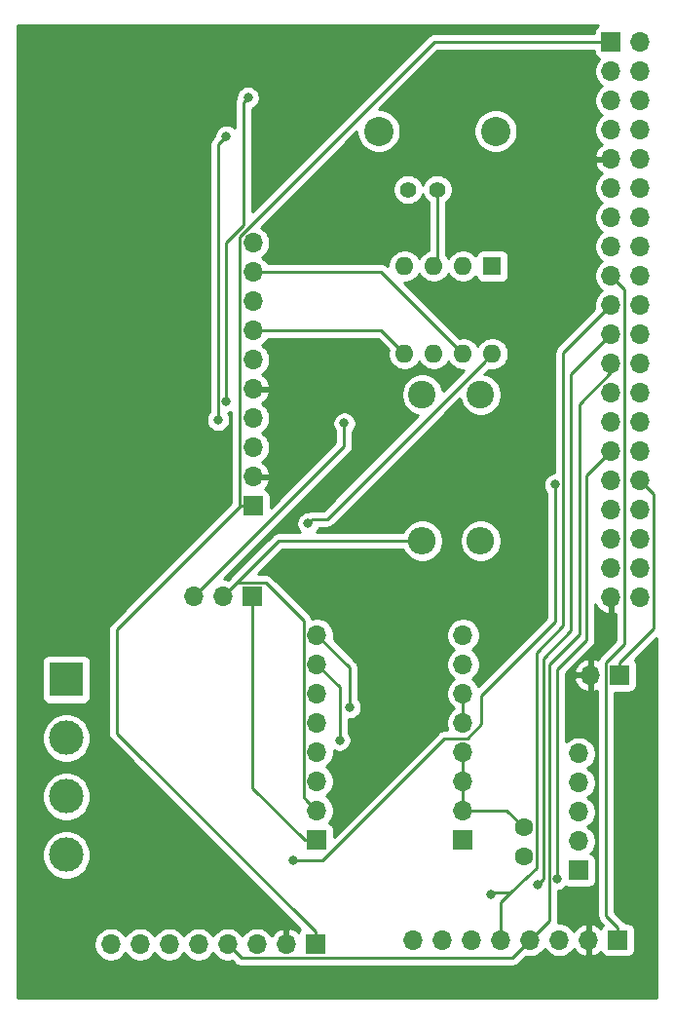
<source format=gbl>
G04 #@! TF.GenerationSoftware,KiCad,Pcbnew,(5.1.5)-3*
G04 #@! TF.CreationDate,2020-07-21T16:33:31-04:00*
G04 #@! TF.ProjectId,full_project,66756c6c-5f70-4726-9f6a-6563742e6b69,rev?*
G04 #@! TF.SameCoordinates,Original*
G04 #@! TF.FileFunction,Copper,L2,Bot*
G04 #@! TF.FilePolarity,Positive*
%FSLAX46Y46*%
G04 Gerber Fmt 4.6, Leading zero omitted, Abs format (unit mm)*
G04 Created by KiCad (PCBNEW (5.1.5)-3) date 2020-07-21 16:33:31*
%MOMM*%
%LPD*%
G04 APERTURE LIST*
%ADD10C,1.600000*%
%ADD11R,1.700000X1.700000*%
%ADD12O,1.700000X1.700000*%
%ADD13C,3.000000*%
%ADD14R,3.000000X3.000000*%
%ADD15C,1.397000*%
%ADD16C,2.540000*%
%ADD17C,2.400000*%
%ADD18O,2.400000X2.400000*%
%ADD19R,1.600000X1.600000*%
%ADD20O,1.600000X1.600000*%
%ADD21C,0.800000*%
%ADD22C,0.250000*%
%ADD23C,0.254000*%
G04 APERTURE END LIST*
D10*
X167081200Y-119583200D03*
X167081200Y-117083200D03*
D11*
X143535400Y-97002600D03*
D12*
X140995400Y-97002600D03*
X138455400Y-97002600D03*
D11*
X174688500Y-48831500D03*
D12*
X177228500Y-48831500D03*
X174688500Y-51371500D03*
X177228500Y-51371500D03*
X174688500Y-53911500D03*
X177228500Y-53911500D03*
X174688500Y-56451500D03*
X177228500Y-56451500D03*
X174688500Y-58991500D03*
X177228500Y-58991500D03*
X174688500Y-61531500D03*
X177228500Y-61531500D03*
X174688500Y-64071500D03*
X177228500Y-64071500D03*
X174688500Y-66611500D03*
X177228500Y-66611500D03*
X174688500Y-69151500D03*
X177228500Y-69151500D03*
X174688500Y-71691500D03*
X177228500Y-71691500D03*
X174688500Y-74231500D03*
X177228500Y-74231500D03*
X174688500Y-76771500D03*
X177228500Y-76771500D03*
X174688500Y-79311500D03*
X177228500Y-79311500D03*
X174688500Y-81851500D03*
X177228500Y-81851500D03*
X174688500Y-84391500D03*
X177228500Y-84391500D03*
X174688500Y-86931500D03*
X177228500Y-86931500D03*
X174688500Y-89471500D03*
X177228500Y-89471500D03*
X174688500Y-92011500D03*
X177228500Y-92011500D03*
X174688500Y-94551500D03*
X177228500Y-94551500D03*
X174688500Y-97091500D03*
X177228500Y-97091500D03*
D11*
X171881800Y-120827800D03*
D12*
X171881800Y-118287800D03*
X171881800Y-115747800D03*
X171881800Y-113207800D03*
X171881800Y-110667800D03*
D13*
X127330200Y-109321600D03*
X127330200Y-114401600D03*
D14*
X127330200Y-104241600D03*
D13*
X127330200Y-119481600D03*
D15*
X159575500Y-61658500D03*
X157035500Y-61658500D03*
D16*
X154495500Y-56578500D03*
X164655500Y-56578500D03*
D17*
X163334700Y-79489300D03*
D18*
X163334700Y-92189300D03*
X158254700Y-92189300D03*
D17*
X158254700Y-79489300D03*
D11*
X143573500Y-89154000D03*
D12*
X143573500Y-86614000D03*
X143573500Y-84074000D03*
X143573500Y-81534000D03*
X143573500Y-78994000D03*
X143573500Y-76454000D03*
X143573500Y-73914000D03*
X143573500Y-71374000D03*
X143573500Y-68834000D03*
X143573500Y-66294000D03*
X161823400Y-100380800D03*
X161823400Y-102920800D03*
X161823400Y-105460800D03*
X161823400Y-108000800D03*
X161823400Y-110540800D03*
X161823400Y-113080800D03*
X161823400Y-115620800D03*
D11*
X161823400Y-118160800D03*
X149123400Y-118160800D03*
D12*
X149123400Y-110540800D03*
X149123400Y-100380800D03*
X149123400Y-102920800D03*
X149123400Y-105460800D03*
X149123400Y-108000800D03*
X149123400Y-115620800D03*
X149123400Y-113080800D03*
D11*
X175260000Y-126873000D03*
D12*
X172720000Y-126873000D03*
X170180000Y-126873000D03*
X167640000Y-126873000D03*
X165100000Y-126873000D03*
X162560000Y-126873000D03*
X160020000Y-126873000D03*
X157480000Y-126873000D03*
X131191000Y-127254000D03*
X133731000Y-127254000D03*
X136271000Y-127254000D03*
X138811000Y-127254000D03*
X141351000Y-127254000D03*
X143891000Y-127254000D03*
X146431000Y-127254000D03*
D11*
X148971000Y-127254000D03*
D19*
X164350700Y-68313300D03*
D20*
X156730700Y-75933300D03*
X161810700Y-68313300D03*
X159270700Y-75933300D03*
X159270700Y-68313300D03*
X161810700Y-75933300D03*
X156730700Y-68313300D03*
X164350700Y-75933300D03*
D11*
X175437800Y-103860600D03*
D12*
X172897800Y-103860600D03*
D21*
X151079200Y-109499400D03*
X151968200Y-106654600D03*
X148361400Y-90678000D03*
X151485600Y-81965800D03*
X143129000Y-53670200D03*
X143129000Y-53670200D03*
X141249400Y-80035400D03*
X141249400Y-57023000D03*
X140524399Y-81672599D03*
X164261800Y-122886300D03*
X168275000Y-122072400D03*
X169810600Y-87299800D03*
X147015200Y-119989600D03*
X170027600Y-121552800D03*
D22*
X151079200Y-104876600D02*
X149123400Y-102920800D01*
X151079200Y-109499400D02*
X151079200Y-104876600D01*
X165618800Y-115620800D02*
X161823400Y-115620800D01*
X167081200Y-117083200D02*
X165618800Y-115620800D01*
X161823400Y-114418719D02*
X161823400Y-113080800D01*
X161823400Y-115620800D02*
X161823400Y-114418719D01*
X161823400Y-111742881D02*
X161823400Y-113080800D01*
X161823400Y-110540800D02*
X161823400Y-111742881D01*
X149123400Y-100380800D02*
X151968200Y-103225600D01*
X151968200Y-103225600D02*
X151968200Y-106654600D01*
X148023400Y-118160800D02*
X149123400Y-118160800D01*
X143535400Y-113672800D02*
X148023400Y-118160800D01*
X143535400Y-97002600D02*
X143535400Y-113672800D01*
X163550701Y-76733299D02*
X164350700Y-75933300D01*
X150005999Y-90278001D02*
X163550701Y-76733299D01*
X148761399Y-90278001D02*
X150005999Y-90278001D01*
X148361400Y-90678000D02*
X148761399Y-90278001D01*
X147948399Y-99130597D02*
X147948399Y-114445799D01*
X148273401Y-114770801D02*
X149123400Y-115620800D01*
X144645401Y-95827599D02*
X147948399Y-99130597D01*
X147948399Y-114445799D02*
X148273401Y-114770801D01*
X142170401Y-95827599D02*
X144645401Y-95827599D01*
X140995400Y-97002600D02*
X142170401Y-95827599D01*
X145808700Y-92189300D02*
X158254700Y-92189300D01*
X140995400Y-97002600D02*
X145808700Y-92189300D01*
X151485600Y-83972400D02*
X138455400Y-97002600D01*
X151485600Y-81965800D02*
X151485600Y-83972400D01*
X175260000Y-125773000D02*
X175184999Y-125697999D01*
X142473500Y-89154000D02*
X143573500Y-89154000D01*
X142398499Y-89078999D02*
X142473500Y-89154000D01*
X142398499Y-65729999D02*
X142398499Y-89078999D01*
X159296998Y-48831500D02*
X142398499Y-65729999D01*
X174688500Y-48831500D02*
X159296998Y-48831500D01*
X142473500Y-89154000D02*
X131724400Y-99903100D01*
X148971000Y-126154000D02*
X148971000Y-127254000D01*
X131724400Y-108907400D02*
X148971000Y-126154000D01*
X131724400Y-99903100D02*
X131724400Y-108907400D01*
X175260000Y-125773000D02*
X175260000Y-126873000D01*
X174262799Y-124775799D02*
X175260000Y-125773000D01*
X174262799Y-103486597D02*
X174262799Y-124775799D01*
X175863501Y-101149897D02*
X174262799Y-102750599D01*
X174688500Y-69151500D02*
X175863501Y-70326501D01*
X175863501Y-70326501D02*
X175863501Y-101149897D01*
X174262799Y-102750599D02*
X174262799Y-103181401D01*
X174262799Y-102750599D02*
X174262799Y-103733600D01*
X142729001Y-64763087D02*
X141249400Y-66242688D01*
X143129000Y-53670200D02*
X142729001Y-54070199D01*
X142729001Y-54070199D02*
X142729001Y-64763087D01*
X141249400Y-66242688D02*
X141249400Y-80035400D01*
X140524399Y-57748001D02*
X140524399Y-81672599D01*
X141249400Y-57023000D02*
X140524399Y-57748001D01*
X165100000Y-123621800D02*
X165100000Y-126873000D01*
X167411400Y-121386600D02*
X167335200Y-121386600D01*
X168206201Y-116009201D02*
X168206201Y-120591799D01*
X170535600Y-75844400D02*
X170535600Y-99542600D01*
X168206201Y-120591799D02*
X167411400Y-121386600D01*
X170535600Y-99542600D02*
X168198800Y-101879400D01*
X168198800Y-101879400D02*
X168198800Y-116001800D01*
X174688500Y-71691500D02*
X170535600Y-75844400D01*
X168198800Y-116001800D02*
X168206201Y-116009201D01*
X165963600Y-122758200D02*
X164261800Y-122758200D01*
X165963600Y-122758200D02*
X165100000Y-123621800D01*
X167335200Y-121386600D02*
X165963600Y-122758200D01*
X164261800Y-122758200D02*
X164261800Y-122886300D01*
X174688500Y-74231500D02*
X171221400Y-77698600D01*
X171221400Y-77698600D02*
X171221400Y-99974400D01*
X171221400Y-99974400D02*
X168808400Y-102387400D01*
X168808400Y-102387400D02*
X168808400Y-121462800D01*
X168808400Y-121462800D02*
X168808400Y-121539000D01*
X168808400Y-121539000D02*
X168275000Y-122072400D01*
X169302599Y-125210401D02*
X167640000Y-126873000D01*
X174688500Y-77572498D02*
X171907200Y-80353798D01*
X174688500Y-76771500D02*
X174688500Y-77572498D01*
X171907200Y-80353798D02*
X171907200Y-100304600D01*
X171907200Y-100304600D02*
X169302599Y-102909201D01*
X169302599Y-102909201D02*
X169302599Y-125210401D01*
X142526001Y-128429001D02*
X142200999Y-128103999D01*
X142200999Y-128103999D02*
X141351000Y-127254000D01*
X166083999Y-128429001D02*
X142526001Y-128429001D01*
X167640000Y-126873000D02*
X166083999Y-128429001D01*
X169810600Y-87299800D02*
X169810600Y-99226200D01*
X169810600Y-99226200D02*
X167563800Y-101473000D01*
X167563800Y-101473000D02*
X163423600Y-105613200D01*
X162197403Y-109365799D02*
X160203403Y-109365799D01*
X163423600Y-105613200D02*
X163423600Y-108139602D01*
X160203403Y-109365799D02*
X149579602Y-119989600D01*
X163423600Y-108139602D02*
X162197403Y-109365799D01*
X149579602Y-119989600D02*
X147015200Y-119989600D01*
X170027600Y-121513600D02*
X170027600Y-121552800D01*
X174688500Y-84391500D02*
X172567600Y-86512400D01*
X172567600Y-86512400D02*
X172567600Y-100812600D01*
X170027600Y-103352600D02*
X170027600Y-121552800D01*
X172567600Y-100812600D02*
X170027600Y-103352600D01*
X178078499Y-87781499D02*
X177228500Y-86931500D01*
X178403501Y-99794899D02*
X178403501Y-88106501D01*
X175437800Y-102760600D02*
X178403501Y-99794899D01*
X178403501Y-88106501D02*
X178078499Y-87781499D01*
X175437800Y-103860600D02*
X175437800Y-102760600D01*
X159575500Y-68008500D02*
X159270700Y-68313300D01*
X159575500Y-61658500D02*
X159575500Y-68008500D01*
X154711400Y-68834000D02*
X161810700Y-75933300D01*
X143573500Y-68834000D02*
X154711400Y-68834000D01*
X154711400Y-73914000D02*
X156730700Y-75933300D01*
X143573500Y-73914000D02*
X154711400Y-73914000D01*
X161823400Y-106662881D02*
X161823400Y-108000800D01*
X161823400Y-105460800D02*
X161823400Y-106662881D01*
D23*
G36*
X173484006Y-47450963D02*
G01*
X173387315Y-47530315D01*
X173307963Y-47627006D01*
X173248998Y-47737320D01*
X173212688Y-47857018D01*
X173200428Y-47981500D01*
X173200428Y-48071500D01*
X159334320Y-48071500D01*
X159296997Y-48067824D01*
X159259674Y-48071500D01*
X159259665Y-48071500D01*
X159148012Y-48082497D01*
X159004751Y-48125954D01*
X158872722Y-48196526D01*
X158872720Y-48196527D01*
X158872721Y-48196527D01*
X158785994Y-48267701D01*
X158785990Y-48267705D01*
X158756997Y-48291499D01*
X158733203Y-48320492D01*
X143489001Y-63564696D01*
X143489001Y-54641359D01*
X143619256Y-54587405D01*
X143788774Y-54474137D01*
X143932937Y-54329974D01*
X144046205Y-54160456D01*
X144124226Y-53972098D01*
X144164000Y-53772139D01*
X144164000Y-53568261D01*
X144124226Y-53368302D01*
X144046205Y-53179944D01*
X143932937Y-53010426D01*
X143788774Y-52866263D01*
X143619256Y-52752995D01*
X143430898Y-52674974D01*
X143230939Y-52635200D01*
X143027061Y-52635200D01*
X142827102Y-52674974D01*
X142638744Y-52752995D01*
X142469226Y-52866263D01*
X142325063Y-53010426D01*
X142211795Y-53179944D01*
X142133774Y-53368302D01*
X142094000Y-53568261D01*
X142094000Y-53645974D01*
X142081050Y-53670201D01*
X142023455Y-53777953D01*
X141979998Y-53921214D01*
X141969001Y-54032867D01*
X141969001Y-54032877D01*
X141965325Y-54070199D01*
X141969001Y-54107521D01*
X141969001Y-56278890D01*
X141909174Y-56219063D01*
X141739656Y-56105795D01*
X141551298Y-56027774D01*
X141351339Y-55988000D01*
X141147461Y-55988000D01*
X140947502Y-56027774D01*
X140759144Y-56105795D01*
X140589626Y-56219063D01*
X140445463Y-56363226D01*
X140332195Y-56532744D01*
X140254174Y-56721102D01*
X140214400Y-56921061D01*
X140214400Y-56983199D01*
X140013401Y-57184198D01*
X139984398Y-57208000D01*
X139929270Y-57275175D01*
X139889425Y-57323725D01*
X139823385Y-57447277D01*
X139818853Y-57455755D01*
X139775396Y-57599016D01*
X139764399Y-57710669D01*
X139764399Y-57710679D01*
X139760723Y-57748001D01*
X139764399Y-57785323D01*
X139764400Y-80968887D01*
X139720462Y-81012825D01*
X139607194Y-81182343D01*
X139529173Y-81370701D01*
X139489399Y-81570660D01*
X139489399Y-81774538D01*
X139529173Y-81974497D01*
X139607194Y-82162855D01*
X139720462Y-82332373D01*
X139864625Y-82476536D01*
X140034143Y-82589804D01*
X140222501Y-82667825D01*
X140422460Y-82707599D01*
X140626338Y-82707599D01*
X140826297Y-82667825D01*
X141014655Y-82589804D01*
X141184173Y-82476536D01*
X141328336Y-82332373D01*
X141441604Y-82162855D01*
X141519625Y-81974497D01*
X141559399Y-81774538D01*
X141559399Y-81570660D01*
X141519625Y-81370701D01*
X141441604Y-81182343D01*
X141364992Y-81067684D01*
X141551298Y-81030626D01*
X141638500Y-80994506D01*
X141638500Y-88914198D01*
X131213403Y-99339296D01*
X131184399Y-99363099D01*
X131135369Y-99422843D01*
X131089426Y-99478824D01*
X131051315Y-99550125D01*
X131018854Y-99610854D01*
X130975397Y-99754115D01*
X130964400Y-99865768D01*
X130964400Y-99865778D01*
X130960724Y-99903100D01*
X130964400Y-99940422D01*
X130964401Y-108870068D01*
X130960724Y-108907400D01*
X130964401Y-108944733D01*
X130975398Y-109056386D01*
X130988580Y-109099842D01*
X131018854Y-109199646D01*
X131089426Y-109331676D01*
X131143415Y-109397461D01*
X131184400Y-109447401D01*
X131213398Y-109471199D01*
X147683655Y-125941457D01*
X147669815Y-125952815D01*
X147590463Y-126049506D01*
X147531498Y-126159820D01*
X147507034Y-126240466D01*
X147431269Y-126156412D01*
X147197920Y-125982359D01*
X146935099Y-125857175D01*
X146787890Y-125812524D01*
X146558000Y-125933845D01*
X146558000Y-127127000D01*
X146578000Y-127127000D01*
X146578000Y-127381000D01*
X146558000Y-127381000D01*
X146558000Y-127401000D01*
X146304000Y-127401000D01*
X146304000Y-127381000D01*
X146284000Y-127381000D01*
X146284000Y-127127000D01*
X146304000Y-127127000D01*
X146304000Y-125933845D01*
X146074110Y-125812524D01*
X145926901Y-125857175D01*
X145664080Y-125982359D01*
X145430731Y-126156412D01*
X145235822Y-126372645D01*
X145166195Y-126489534D01*
X145044475Y-126307368D01*
X144837632Y-126100525D01*
X144594411Y-125938010D01*
X144324158Y-125826068D01*
X144037260Y-125769000D01*
X143744740Y-125769000D01*
X143457842Y-125826068D01*
X143187589Y-125938010D01*
X142944368Y-126100525D01*
X142737525Y-126307368D01*
X142621000Y-126481760D01*
X142504475Y-126307368D01*
X142297632Y-126100525D01*
X142054411Y-125938010D01*
X141784158Y-125826068D01*
X141497260Y-125769000D01*
X141204740Y-125769000D01*
X140917842Y-125826068D01*
X140647589Y-125938010D01*
X140404368Y-126100525D01*
X140197525Y-126307368D01*
X140081000Y-126481760D01*
X139964475Y-126307368D01*
X139757632Y-126100525D01*
X139514411Y-125938010D01*
X139244158Y-125826068D01*
X138957260Y-125769000D01*
X138664740Y-125769000D01*
X138377842Y-125826068D01*
X138107589Y-125938010D01*
X137864368Y-126100525D01*
X137657525Y-126307368D01*
X137541000Y-126481760D01*
X137424475Y-126307368D01*
X137217632Y-126100525D01*
X136974411Y-125938010D01*
X136704158Y-125826068D01*
X136417260Y-125769000D01*
X136124740Y-125769000D01*
X135837842Y-125826068D01*
X135567589Y-125938010D01*
X135324368Y-126100525D01*
X135117525Y-126307368D01*
X135001000Y-126481760D01*
X134884475Y-126307368D01*
X134677632Y-126100525D01*
X134434411Y-125938010D01*
X134164158Y-125826068D01*
X133877260Y-125769000D01*
X133584740Y-125769000D01*
X133297842Y-125826068D01*
X133027589Y-125938010D01*
X132784368Y-126100525D01*
X132577525Y-126307368D01*
X132461000Y-126481760D01*
X132344475Y-126307368D01*
X132137632Y-126100525D01*
X131894411Y-125938010D01*
X131624158Y-125826068D01*
X131337260Y-125769000D01*
X131044740Y-125769000D01*
X130757842Y-125826068D01*
X130487589Y-125938010D01*
X130244368Y-126100525D01*
X130037525Y-126307368D01*
X129875010Y-126550589D01*
X129763068Y-126820842D01*
X129706000Y-127107740D01*
X129706000Y-127400260D01*
X129763068Y-127687158D01*
X129875010Y-127957411D01*
X130037525Y-128200632D01*
X130244368Y-128407475D01*
X130487589Y-128569990D01*
X130757842Y-128681932D01*
X131044740Y-128739000D01*
X131337260Y-128739000D01*
X131624158Y-128681932D01*
X131894411Y-128569990D01*
X132137632Y-128407475D01*
X132344475Y-128200632D01*
X132461000Y-128026240D01*
X132577525Y-128200632D01*
X132784368Y-128407475D01*
X133027589Y-128569990D01*
X133297842Y-128681932D01*
X133584740Y-128739000D01*
X133877260Y-128739000D01*
X134164158Y-128681932D01*
X134434411Y-128569990D01*
X134677632Y-128407475D01*
X134884475Y-128200632D01*
X135001000Y-128026240D01*
X135117525Y-128200632D01*
X135324368Y-128407475D01*
X135567589Y-128569990D01*
X135837842Y-128681932D01*
X136124740Y-128739000D01*
X136417260Y-128739000D01*
X136704158Y-128681932D01*
X136974411Y-128569990D01*
X137217632Y-128407475D01*
X137424475Y-128200632D01*
X137541000Y-128026240D01*
X137657525Y-128200632D01*
X137864368Y-128407475D01*
X138107589Y-128569990D01*
X138377842Y-128681932D01*
X138664740Y-128739000D01*
X138957260Y-128739000D01*
X139244158Y-128681932D01*
X139514411Y-128569990D01*
X139757632Y-128407475D01*
X139964475Y-128200632D01*
X140081000Y-128026240D01*
X140197525Y-128200632D01*
X140404368Y-128407475D01*
X140647589Y-128569990D01*
X140917842Y-128681932D01*
X141204740Y-128739000D01*
X141497260Y-128739000D01*
X141717408Y-128695209D01*
X141962197Y-128939998D01*
X141986000Y-128969002D01*
X142101725Y-129063975D01*
X142233754Y-129134547D01*
X142377015Y-129178004D01*
X142488668Y-129189001D01*
X142488677Y-129189001D01*
X142526000Y-129192677D01*
X142563323Y-129189001D01*
X166046677Y-129189001D01*
X166083999Y-129192677D01*
X166121321Y-129189001D01*
X166121332Y-129189001D01*
X166232985Y-129178004D01*
X166376246Y-129134547D01*
X166508275Y-129063975D01*
X166624000Y-128969002D01*
X166647803Y-128939998D01*
X167273592Y-128314209D01*
X167493740Y-128358000D01*
X167786260Y-128358000D01*
X168073158Y-128300932D01*
X168343411Y-128188990D01*
X168586632Y-128026475D01*
X168793475Y-127819632D01*
X168910000Y-127645240D01*
X169026525Y-127819632D01*
X169233368Y-128026475D01*
X169476589Y-128188990D01*
X169746842Y-128300932D01*
X170033740Y-128358000D01*
X170326260Y-128358000D01*
X170613158Y-128300932D01*
X170883411Y-128188990D01*
X171126632Y-128026475D01*
X171333475Y-127819632D01*
X171455195Y-127637466D01*
X171524822Y-127754355D01*
X171719731Y-127970588D01*
X171953080Y-128144641D01*
X172215901Y-128269825D01*
X172363110Y-128314476D01*
X172593000Y-128193155D01*
X172593000Y-127000000D01*
X172573000Y-127000000D01*
X172573000Y-126746000D01*
X172593000Y-126746000D01*
X172593000Y-125552845D01*
X172363110Y-125431524D01*
X172215901Y-125476175D01*
X171953080Y-125601359D01*
X171719731Y-125775412D01*
X171524822Y-125991645D01*
X171455195Y-126108534D01*
X171333475Y-125926368D01*
X171126632Y-125719525D01*
X170883411Y-125557010D01*
X170613158Y-125445068D01*
X170326260Y-125388000D01*
X170042922Y-125388000D01*
X170051602Y-125359387D01*
X170062599Y-125247734D01*
X170062599Y-125247725D01*
X170066275Y-125210402D01*
X170062599Y-125173079D01*
X170062599Y-122587800D01*
X170129539Y-122587800D01*
X170329498Y-122548026D01*
X170517856Y-122470005D01*
X170687374Y-122356737D01*
X170780575Y-122263536D01*
X170787620Y-122267302D01*
X170907318Y-122303612D01*
X171031800Y-122315872D01*
X172731800Y-122315872D01*
X172856282Y-122303612D01*
X172975980Y-122267302D01*
X173086294Y-122208337D01*
X173182985Y-122128985D01*
X173262337Y-122032294D01*
X173321302Y-121921980D01*
X173357612Y-121802282D01*
X173369872Y-121677800D01*
X173369872Y-119977800D01*
X173357612Y-119853318D01*
X173321302Y-119733620D01*
X173262337Y-119623306D01*
X173182985Y-119526615D01*
X173086294Y-119447263D01*
X172975980Y-119388298D01*
X172903420Y-119366287D01*
X173035275Y-119234432D01*
X173197790Y-118991211D01*
X173309732Y-118720958D01*
X173366800Y-118434060D01*
X173366800Y-118141540D01*
X173309732Y-117854642D01*
X173197790Y-117584389D01*
X173035275Y-117341168D01*
X172828432Y-117134325D01*
X172654040Y-117017800D01*
X172828432Y-116901275D01*
X173035275Y-116694432D01*
X173197790Y-116451211D01*
X173309732Y-116180958D01*
X173366800Y-115894060D01*
X173366800Y-115601540D01*
X173309732Y-115314642D01*
X173197790Y-115044389D01*
X173035275Y-114801168D01*
X172828432Y-114594325D01*
X172654040Y-114477800D01*
X172828432Y-114361275D01*
X173035275Y-114154432D01*
X173197790Y-113911211D01*
X173309732Y-113640958D01*
X173366800Y-113354060D01*
X173366800Y-113061540D01*
X173309732Y-112774642D01*
X173197790Y-112504389D01*
X173035275Y-112261168D01*
X172828432Y-112054325D01*
X172654040Y-111937800D01*
X172828432Y-111821275D01*
X173035275Y-111614432D01*
X173197790Y-111371211D01*
X173309732Y-111100958D01*
X173366800Y-110814060D01*
X173366800Y-110521540D01*
X173309732Y-110234642D01*
X173197790Y-109964389D01*
X173035275Y-109721168D01*
X172828432Y-109514325D01*
X172585211Y-109351810D01*
X172314958Y-109239868D01*
X172028060Y-109182800D01*
X171735540Y-109182800D01*
X171448642Y-109239868D01*
X171178389Y-109351810D01*
X170935168Y-109514325D01*
X170787600Y-109661893D01*
X170787600Y-104217491D01*
X171456319Y-104217491D01*
X171553643Y-104491852D01*
X171702622Y-104741955D01*
X171897531Y-104958188D01*
X172130880Y-105132241D01*
X172393701Y-105257425D01*
X172540910Y-105302076D01*
X172770800Y-105180755D01*
X172770800Y-103987600D01*
X171576986Y-103987600D01*
X171456319Y-104217491D01*
X170787600Y-104217491D01*
X170787600Y-103667401D01*
X170951292Y-103503709D01*
X171456319Y-103503709D01*
X171576986Y-103733600D01*
X172770800Y-103733600D01*
X172770800Y-102540445D01*
X172540910Y-102419124D01*
X172393701Y-102463775D01*
X172130880Y-102588959D01*
X171897531Y-102763012D01*
X171702622Y-102979245D01*
X171553643Y-103229348D01*
X171456319Y-103503709D01*
X170951292Y-103503709D01*
X173078608Y-101376395D01*
X173107601Y-101352601D01*
X173131395Y-101323608D01*
X173131399Y-101323604D01*
X173202573Y-101236877D01*
X173202574Y-101236876D01*
X173273146Y-101104847D01*
X173316603Y-100961586D01*
X173327600Y-100849933D01*
X173327600Y-100849924D01*
X173331276Y-100812601D01*
X173327600Y-100775278D01*
X173327600Y-97671023D01*
X173416859Y-97858420D01*
X173590912Y-98091769D01*
X173807145Y-98286678D01*
X174057248Y-98435657D01*
X174331609Y-98532981D01*
X174561500Y-98412314D01*
X174561500Y-97218500D01*
X174541500Y-97218500D01*
X174541500Y-96964500D01*
X174561500Y-96964500D01*
X174561500Y-96944500D01*
X174815500Y-96944500D01*
X174815500Y-96964500D01*
X174835500Y-96964500D01*
X174835500Y-97218500D01*
X174815500Y-97218500D01*
X174815500Y-98412314D01*
X175045391Y-98532981D01*
X175103502Y-98512367D01*
X175103502Y-100835093D01*
X173751801Y-102186796D01*
X173722798Y-102210598D01*
X173690792Y-102249598D01*
X173627825Y-102326323D01*
X173565353Y-102443199D01*
X173557253Y-102458353D01*
X173536203Y-102527745D01*
X173401899Y-102463775D01*
X173254690Y-102419124D01*
X173024800Y-102540445D01*
X173024800Y-103733600D01*
X173044800Y-103733600D01*
X173044800Y-103987600D01*
X173024800Y-103987600D01*
X173024800Y-105180755D01*
X173254690Y-105302076D01*
X173401899Y-105257425D01*
X173502799Y-105209365D01*
X173502800Y-124738466D01*
X173499123Y-124775799D01*
X173502800Y-124813132D01*
X173513797Y-124924785D01*
X173521142Y-124948997D01*
X173557253Y-125068045D01*
X173627825Y-125200075D01*
X173678644Y-125261997D01*
X173722799Y-125315800D01*
X173751797Y-125339598D01*
X173972655Y-125560457D01*
X173958815Y-125571815D01*
X173879463Y-125668506D01*
X173820498Y-125778820D01*
X173796034Y-125859466D01*
X173720269Y-125775412D01*
X173486920Y-125601359D01*
X173224099Y-125476175D01*
X173076890Y-125431524D01*
X172847000Y-125552845D01*
X172847000Y-126746000D01*
X172867000Y-126746000D01*
X172867000Y-127000000D01*
X172847000Y-127000000D01*
X172847000Y-128193155D01*
X173076890Y-128314476D01*
X173224099Y-128269825D01*
X173486920Y-128144641D01*
X173720269Y-127970588D01*
X173796034Y-127886534D01*
X173820498Y-127967180D01*
X173879463Y-128077494D01*
X173958815Y-128174185D01*
X174055506Y-128253537D01*
X174165820Y-128312502D01*
X174285518Y-128348812D01*
X174410000Y-128361072D01*
X176110000Y-128361072D01*
X176234482Y-128348812D01*
X176354180Y-128312502D01*
X176464494Y-128253537D01*
X176561185Y-128174185D01*
X176640537Y-128077494D01*
X176699502Y-127967180D01*
X176735812Y-127847482D01*
X176748072Y-127723000D01*
X176748072Y-126023000D01*
X176735812Y-125898518D01*
X176699502Y-125778820D01*
X176640537Y-125668506D01*
X176561185Y-125571815D01*
X176464494Y-125492463D01*
X176354180Y-125433498D01*
X176234482Y-125397188D01*
X176110000Y-125384928D01*
X175914326Y-125384928D01*
X175894974Y-125348724D01*
X175800001Y-125232999D01*
X175771004Y-125209202D01*
X175022799Y-124460998D01*
X175022799Y-105348672D01*
X176287800Y-105348672D01*
X176412282Y-105336412D01*
X176531980Y-105300102D01*
X176642294Y-105241137D01*
X176738985Y-105161785D01*
X176818337Y-105065094D01*
X176877302Y-104954780D01*
X176913612Y-104835082D01*
X176925872Y-104710600D01*
X176925872Y-103010600D01*
X176913612Y-102886118D01*
X176877302Y-102766420D01*
X176818337Y-102656106D01*
X176738985Y-102559415D01*
X176725145Y-102548057D01*
X178664000Y-100609202D01*
X178664000Y-131928000D01*
X123088000Y-131928000D01*
X123088000Y-119271321D01*
X125195200Y-119271321D01*
X125195200Y-119691879D01*
X125277247Y-120104356D01*
X125438188Y-120492902D01*
X125671837Y-120842583D01*
X125969217Y-121139963D01*
X126318898Y-121373612D01*
X126707444Y-121534553D01*
X127119921Y-121616600D01*
X127540479Y-121616600D01*
X127952956Y-121534553D01*
X128341502Y-121373612D01*
X128691183Y-121139963D01*
X128988563Y-120842583D01*
X129222212Y-120492902D01*
X129383153Y-120104356D01*
X129465200Y-119691879D01*
X129465200Y-119271321D01*
X129383153Y-118858844D01*
X129222212Y-118470298D01*
X128988563Y-118120617D01*
X128691183Y-117823237D01*
X128341502Y-117589588D01*
X127952956Y-117428647D01*
X127540479Y-117346600D01*
X127119921Y-117346600D01*
X126707444Y-117428647D01*
X126318898Y-117589588D01*
X125969217Y-117823237D01*
X125671837Y-118120617D01*
X125438188Y-118470298D01*
X125277247Y-118858844D01*
X125195200Y-119271321D01*
X123088000Y-119271321D01*
X123088000Y-114191321D01*
X125195200Y-114191321D01*
X125195200Y-114611879D01*
X125277247Y-115024356D01*
X125438188Y-115412902D01*
X125671837Y-115762583D01*
X125969217Y-116059963D01*
X126318898Y-116293612D01*
X126707444Y-116454553D01*
X127119921Y-116536600D01*
X127540479Y-116536600D01*
X127952956Y-116454553D01*
X128341502Y-116293612D01*
X128691183Y-116059963D01*
X128988563Y-115762583D01*
X129222212Y-115412902D01*
X129383153Y-115024356D01*
X129465200Y-114611879D01*
X129465200Y-114191321D01*
X129383153Y-113778844D01*
X129222212Y-113390298D01*
X128988563Y-113040617D01*
X128691183Y-112743237D01*
X128341502Y-112509588D01*
X127952956Y-112348647D01*
X127540479Y-112266600D01*
X127119921Y-112266600D01*
X126707444Y-112348647D01*
X126318898Y-112509588D01*
X125969217Y-112743237D01*
X125671837Y-113040617D01*
X125438188Y-113390298D01*
X125277247Y-113778844D01*
X125195200Y-114191321D01*
X123088000Y-114191321D01*
X123088000Y-109111321D01*
X125195200Y-109111321D01*
X125195200Y-109531879D01*
X125277247Y-109944356D01*
X125438188Y-110332902D01*
X125671837Y-110682583D01*
X125969217Y-110979963D01*
X126318898Y-111213612D01*
X126707444Y-111374553D01*
X127119921Y-111456600D01*
X127540479Y-111456600D01*
X127952956Y-111374553D01*
X128341502Y-111213612D01*
X128691183Y-110979963D01*
X128988563Y-110682583D01*
X129222212Y-110332902D01*
X129383153Y-109944356D01*
X129465200Y-109531879D01*
X129465200Y-109111321D01*
X129383153Y-108698844D01*
X129222212Y-108310298D01*
X128988563Y-107960617D01*
X128691183Y-107663237D01*
X128341502Y-107429588D01*
X127952956Y-107268647D01*
X127540479Y-107186600D01*
X127119921Y-107186600D01*
X126707444Y-107268647D01*
X126318898Y-107429588D01*
X125969217Y-107663237D01*
X125671837Y-107960617D01*
X125438188Y-108310298D01*
X125277247Y-108698844D01*
X125195200Y-109111321D01*
X123088000Y-109111321D01*
X123088000Y-102741600D01*
X125192128Y-102741600D01*
X125192128Y-105741600D01*
X125204388Y-105866082D01*
X125240698Y-105985780D01*
X125299663Y-106096094D01*
X125379015Y-106192785D01*
X125475706Y-106272137D01*
X125586020Y-106331102D01*
X125705718Y-106367412D01*
X125830200Y-106379672D01*
X128830200Y-106379672D01*
X128954682Y-106367412D01*
X129074380Y-106331102D01*
X129184694Y-106272137D01*
X129281385Y-106192785D01*
X129360737Y-106096094D01*
X129419702Y-105985780D01*
X129456012Y-105866082D01*
X129468272Y-105741600D01*
X129468272Y-102741600D01*
X129456012Y-102617118D01*
X129419702Y-102497420D01*
X129360737Y-102387106D01*
X129281385Y-102290415D01*
X129184694Y-102211063D01*
X129074380Y-102152098D01*
X128954682Y-102115788D01*
X128830200Y-102103528D01*
X125830200Y-102103528D01*
X125705718Y-102115788D01*
X125586020Y-102152098D01*
X125475706Y-102211063D01*
X125379015Y-102290415D01*
X125299663Y-102387106D01*
X125240698Y-102497420D01*
X125204388Y-102617118D01*
X125192128Y-102741600D01*
X123088000Y-102741600D01*
X123088000Y-47396000D01*
X173586833Y-47396000D01*
X173484006Y-47450963D01*
G37*
X173484006Y-47450963D02*
X173387315Y-47530315D01*
X173307963Y-47627006D01*
X173248998Y-47737320D01*
X173212688Y-47857018D01*
X173200428Y-47981500D01*
X173200428Y-48071500D01*
X159334320Y-48071500D01*
X159296997Y-48067824D01*
X159259674Y-48071500D01*
X159259665Y-48071500D01*
X159148012Y-48082497D01*
X159004751Y-48125954D01*
X158872722Y-48196526D01*
X158872720Y-48196527D01*
X158872721Y-48196527D01*
X158785994Y-48267701D01*
X158785990Y-48267705D01*
X158756997Y-48291499D01*
X158733203Y-48320492D01*
X143489001Y-63564696D01*
X143489001Y-54641359D01*
X143619256Y-54587405D01*
X143788774Y-54474137D01*
X143932937Y-54329974D01*
X144046205Y-54160456D01*
X144124226Y-53972098D01*
X144164000Y-53772139D01*
X144164000Y-53568261D01*
X144124226Y-53368302D01*
X144046205Y-53179944D01*
X143932937Y-53010426D01*
X143788774Y-52866263D01*
X143619256Y-52752995D01*
X143430898Y-52674974D01*
X143230939Y-52635200D01*
X143027061Y-52635200D01*
X142827102Y-52674974D01*
X142638744Y-52752995D01*
X142469226Y-52866263D01*
X142325063Y-53010426D01*
X142211795Y-53179944D01*
X142133774Y-53368302D01*
X142094000Y-53568261D01*
X142094000Y-53645974D01*
X142081050Y-53670201D01*
X142023455Y-53777953D01*
X141979998Y-53921214D01*
X141969001Y-54032867D01*
X141969001Y-54032877D01*
X141965325Y-54070199D01*
X141969001Y-54107521D01*
X141969001Y-56278890D01*
X141909174Y-56219063D01*
X141739656Y-56105795D01*
X141551298Y-56027774D01*
X141351339Y-55988000D01*
X141147461Y-55988000D01*
X140947502Y-56027774D01*
X140759144Y-56105795D01*
X140589626Y-56219063D01*
X140445463Y-56363226D01*
X140332195Y-56532744D01*
X140254174Y-56721102D01*
X140214400Y-56921061D01*
X140214400Y-56983199D01*
X140013401Y-57184198D01*
X139984398Y-57208000D01*
X139929270Y-57275175D01*
X139889425Y-57323725D01*
X139823385Y-57447277D01*
X139818853Y-57455755D01*
X139775396Y-57599016D01*
X139764399Y-57710669D01*
X139764399Y-57710679D01*
X139760723Y-57748001D01*
X139764399Y-57785323D01*
X139764400Y-80968887D01*
X139720462Y-81012825D01*
X139607194Y-81182343D01*
X139529173Y-81370701D01*
X139489399Y-81570660D01*
X139489399Y-81774538D01*
X139529173Y-81974497D01*
X139607194Y-82162855D01*
X139720462Y-82332373D01*
X139864625Y-82476536D01*
X140034143Y-82589804D01*
X140222501Y-82667825D01*
X140422460Y-82707599D01*
X140626338Y-82707599D01*
X140826297Y-82667825D01*
X141014655Y-82589804D01*
X141184173Y-82476536D01*
X141328336Y-82332373D01*
X141441604Y-82162855D01*
X141519625Y-81974497D01*
X141559399Y-81774538D01*
X141559399Y-81570660D01*
X141519625Y-81370701D01*
X141441604Y-81182343D01*
X141364992Y-81067684D01*
X141551298Y-81030626D01*
X141638500Y-80994506D01*
X141638500Y-88914198D01*
X131213403Y-99339296D01*
X131184399Y-99363099D01*
X131135369Y-99422843D01*
X131089426Y-99478824D01*
X131051315Y-99550125D01*
X131018854Y-99610854D01*
X130975397Y-99754115D01*
X130964400Y-99865768D01*
X130964400Y-99865778D01*
X130960724Y-99903100D01*
X130964400Y-99940422D01*
X130964401Y-108870068D01*
X130960724Y-108907400D01*
X130964401Y-108944733D01*
X130975398Y-109056386D01*
X130988580Y-109099842D01*
X131018854Y-109199646D01*
X131089426Y-109331676D01*
X131143415Y-109397461D01*
X131184400Y-109447401D01*
X131213398Y-109471199D01*
X147683655Y-125941457D01*
X147669815Y-125952815D01*
X147590463Y-126049506D01*
X147531498Y-126159820D01*
X147507034Y-126240466D01*
X147431269Y-126156412D01*
X147197920Y-125982359D01*
X146935099Y-125857175D01*
X146787890Y-125812524D01*
X146558000Y-125933845D01*
X146558000Y-127127000D01*
X146578000Y-127127000D01*
X146578000Y-127381000D01*
X146558000Y-127381000D01*
X146558000Y-127401000D01*
X146304000Y-127401000D01*
X146304000Y-127381000D01*
X146284000Y-127381000D01*
X146284000Y-127127000D01*
X146304000Y-127127000D01*
X146304000Y-125933845D01*
X146074110Y-125812524D01*
X145926901Y-125857175D01*
X145664080Y-125982359D01*
X145430731Y-126156412D01*
X145235822Y-126372645D01*
X145166195Y-126489534D01*
X145044475Y-126307368D01*
X144837632Y-126100525D01*
X144594411Y-125938010D01*
X144324158Y-125826068D01*
X144037260Y-125769000D01*
X143744740Y-125769000D01*
X143457842Y-125826068D01*
X143187589Y-125938010D01*
X142944368Y-126100525D01*
X142737525Y-126307368D01*
X142621000Y-126481760D01*
X142504475Y-126307368D01*
X142297632Y-126100525D01*
X142054411Y-125938010D01*
X141784158Y-125826068D01*
X141497260Y-125769000D01*
X141204740Y-125769000D01*
X140917842Y-125826068D01*
X140647589Y-125938010D01*
X140404368Y-126100525D01*
X140197525Y-126307368D01*
X140081000Y-126481760D01*
X139964475Y-126307368D01*
X139757632Y-126100525D01*
X139514411Y-125938010D01*
X139244158Y-125826068D01*
X138957260Y-125769000D01*
X138664740Y-125769000D01*
X138377842Y-125826068D01*
X138107589Y-125938010D01*
X137864368Y-126100525D01*
X137657525Y-126307368D01*
X137541000Y-126481760D01*
X137424475Y-126307368D01*
X137217632Y-126100525D01*
X136974411Y-125938010D01*
X136704158Y-125826068D01*
X136417260Y-125769000D01*
X136124740Y-125769000D01*
X135837842Y-125826068D01*
X135567589Y-125938010D01*
X135324368Y-126100525D01*
X135117525Y-126307368D01*
X135001000Y-126481760D01*
X134884475Y-126307368D01*
X134677632Y-126100525D01*
X134434411Y-125938010D01*
X134164158Y-125826068D01*
X133877260Y-125769000D01*
X133584740Y-125769000D01*
X133297842Y-125826068D01*
X133027589Y-125938010D01*
X132784368Y-126100525D01*
X132577525Y-126307368D01*
X132461000Y-126481760D01*
X132344475Y-126307368D01*
X132137632Y-126100525D01*
X131894411Y-125938010D01*
X131624158Y-125826068D01*
X131337260Y-125769000D01*
X131044740Y-125769000D01*
X130757842Y-125826068D01*
X130487589Y-125938010D01*
X130244368Y-126100525D01*
X130037525Y-126307368D01*
X129875010Y-126550589D01*
X129763068Y-126820842D01*
X129706000Y-127107740D01*
X129706000Y-127400260D01*
X129763068Y-127687158D01*
X129875010Y-127957411D01*
X130037525Y-128200632D01*
X130244368Y-128407475D01*
X130487589Y-128569990D01*
X130757842Y-128681932D01*
X131044740Y-128739000D01*
X131337260Y-128739000D01*
X131624158Y-128681932D01*
X131894411Y-128569990D01*
X132137632Y-128407475D01*
X132344475Y-128200632D01*
X132461000Y-128026240D01*
X132577525Y-128200632D01*
X132784368Y-128407475D01*
X133027589Y-128569990D01*
X133297842Y-128681932D01*
X133584740Y-128739000D01*
X133877260Y-128739000D01*
X134164158Y-128681932D01*
X134434411Y-128569990D01*
X134677632Y-128407475D01*
X134884475Y-128200632D01*
X135001000Y-128026240D01*
X135117525Y-128200632D01*
X135324368Y-128407475D01*
X135567589Y-128569990D01*
X135837842Y-128681932D01*
X136124740Y-128739000D01*
X136417260Y-128739000D01*
X136704158Y-128681932D01*
X136974411Y-128569990D01*
X137217632Y-128407475D01*
X137424475Y-128200632D01*
X137541000Y-128026240D01*
X137657525Y-128200632D01*
X137864368Y-128407475D01*
X138107589Y-128569990D01*
X138377842Y-128681932D01*
X138664740Y-128739000D01*
X138957260Y-128739000D01*
X139244158Y-128681932D01*
X139514411Y-128569990D01*
X139757632Y-128407475D01*
X139964475Y-128200632D01*
X140081000Y-128026240D01*
X140197525Y-128200632D01*
X140404368Y-128407475D01*
X140647589Y-128569990D01*
X140917842Y-128681932D01*
X141204740Y-128739000D01*
X141497260Y-128739000D01*
X141717408Y-128695209D01*
X141962197Y-128939998D01*
X141986000Y-128969002D01*
X142101725Y-129063975D01*
X142233754Y-129134547D01*
X142377015Y-129178004D01*
X142488668Y-129189001D01*
X142488677Y-129189001D01*
X142526000Y-129192677D01*
X142563323Y-129189001D01*
X166046677Y-129189001D01*
X166083999Y-129192677D01*
X166121321Y-129189001D01*
X166121332Y-129189001D01*
X166232985Y-129178004D01*
X166376246Y-129134547D01*
X166508275Y-129063975D01*
X166624000Y-128969002D01*
X166647803Y-128939998D01*
X167273592Y-128314209D01*
X167493740Y-128358000D01*
X167786260Y-128358000D01*
X168073158Y-128300932D01*
X168343411Y-128188990D01*
X168586632Y-128026475D01*
X168793475Y-127819632D01*
X168910000Y-127645240D01*
X169026525Y-127819632D01*
X169233368Y-128026475D01*
X169476589Y-128188990D01*
X169746842Y-128300932D01*
X170033740Y-128358000D01*
X170326260Y-128358000D01*
X170613158Y-128300932D01*
X170883411Y-128188990D01*
X171126632Y-128026475D01*
X171333475Y-127819632D01*
X171455195Y-127637466D01*
X171524822Y-127754355D01*
X171719731Y-127970588D01*
X171953080Y-128144641D01*
X172215901Y-128269825D01*
X172363110Y-128314476D01*
X172593000Y-128193155D01*
X172593000Y-127000000D01*
X172573000Y-127000000D01*
X172573000Y-126746000D01*
X172593000Y-126746000D01*
X172593000Y-125552845D01*
X172363110Y-125431524D01*
X172215901Y-125476175D01*
X171953080Y-125601359D01*
X171719731Y-125775412D01*
X171524822Y-125991645D01*
X171455195Y-126108534D01*
X171333475Y-125926368D01*
X171126632Y-125719525D01*
X170883411Y-125557010D01*
X170613158Y-125445068D01*
X170326260Y-125388000D01*
X170042922Y-125388000D01*
X170051602Y-125359387D01*
X170062599Y-125247734D01*
X170062599Y-125247725D01*
X170066275Y-125210402D01*
X170062599Y-125173079D01*
X170062599Y-122587800D01*
X170129539Y-122587800D01*
X170329498Y-122548026D01*
X170517856Y-122470005D01*
X170687374Y-122356737D01*
X170780575Y-122263536D01*
X170787620Y-122267302D01*
X170907318Y-122303612D01*
X171031800Y-122315872D01*
X172731800Y-122315872D01*
X172856282Y-122303612D01*
X172975980Y-122267302D01*
X173086294Y-122208337D01*
X173182985Y-122128985D01*
X173262337Y-122032294D01*
X173321302Y-121921980D01*
X173357612Y-121802282D01*
X173369872Y-121677800D01*
X173369872Y-119977800D01*
X173357612Y-119853318D01*
X173321302Y-119733620D01*
X173262337Y-119623306D01*
X173182985Y-119526615D01*
X173086294Y-119447263D01*
X172975980Y-119388298D01*
X172903420Y-119366287D01*
X173035275Y-119234432D01*
X173197790Y-118991211D01*
X173309732Y-118720958D01*
X173366800Y-118434060D01*
X173366800Y-118141540D01*
X173309732Y-117854642D01*
X173197790Y-117584389D01*
X173035275Y-117341168D01*
X172828432Y-117134325D01*
X172654040Y-117017800D01*
X172828432Y-116901275D01*
X173035275Y-116694432D01*
X173197790Y-116451211D01*
X173309732Y-116180958D01*
X173366800Y-115894060D01*
X173366800Y-115601540D01*
X173309732Y-115314642D01*
X173197790Y-115044389D01*
X173035275Y-114801168D01*
X172828432Y-114594325D01*
X172654040Y-114477800D01*
X172828432Y-114361275D01*
X173035275Y-114154432D01*
X173197790Y-113911211D01*
X173309732Y-113640958D01*
X173366800Y-113354060D01*
X173366800Y-113061540D01*
X173309732Y-112774642D01*
X173197790Y-112504389D01*
X173035275Y-112261168D01*
X172828432Y-112054325D01*
X172654040Y-111937800D01*
X172828432Y-111821275D01*
X173035275Y-111614432D01*
X173197790Y-111371211D01*
X173309732Y-111100958D01*
X173366800Y-110814060D01*
X173366800Y-110521540D01*
X173309732Y-110234642D01*
X173197790Y-109964389D01*
X173035275Y-109721168D01*
X172828432Y-109514325D01*
X172585211Y-109351810D01*
X172314958Y-109239868D01*
X172028060Y-109182800D01*
X171735540Y-109182800D01*
X171448642Y-109239868D01*
X171178389Y-109351810D01*
X170935168Y-109514325D01*
X170787600Y-109661893D01*
X170787600Y-104217491D01*
X171456319Y-104217491D01*
X171553643Y-104491852D01*
X171702622Y-104741955D01*
X171897531Y-104958188D01*
X172130880Y-105132241D01*
X172393701Y-105257425D01*
X172540910Y-105302076D01*
X172770800Y-105180755D01*
X172770800Y-103987600D01*
X171576986Y-103987600D01*
X171456319Y-104217491D01*
X170787600Y-104217491D01*
X170787600Y-103667401D01*
X170951292Y-103503709D01*
X171456319Y-103503709D01*
X171576986Y-103733600D01*
X172770800Y-103733600D01*
X172770800Y-102540445D01*
X172540910Y-102419124D01*
X172393701Y-102463775D01*
X172130880Y-102588959D01*
X171897531Y-102763012D01*
X171702622Y-102979245D01*
X171553643Y-103229348D01*
X171456319Y-103503709D01*
X170951292Y-103503709D01*
X173078608Y-101376395D01*
X173107601Y-101352601D01*
X173131395Y-101323608D01*
X173131399Y-101323604D01*
X173202573Y-101236877D01*
X173202574Y-101236876D01*
X173273146Y-101104847D01*
X173316603Y-100961586D01*
X173327600Y-100849933D01*
X173327600Y-100849924D01*
X173331276Y-100812601D01*
X173327600Y-100775278D01*
X173327600Y-97671023D01*
X173416859Y-97858420D01*
X173590912Y-98091769D01*
X173807145Y-98286678D01*
X174057248Y-98435657D01*
X174331609Y-98532981D01*
X174561500Y-98412314D01*
X174561500Y-97218500D01*
X174541500Y-97218500D01*
X174541500Y-96964500D01*
X174561500Y-96964500D01*
X174561500Y-96944500D01*
X174815500Y-96944500D01*
X174815500Y-96964500D01*
X174835500Y-96964500D01*
X174835500Y-97218500D01*
X174815500Y-97218500D01*
X174815500Y-98412314D01*
X175045391Y-98532981D01*
X175103502Y-98512367D01*
X175103502Y-100835093D01*
X173751801Y-102186796D01*
X173722798Y-102210598D01*
X173690792Y-102249598D01*
X173627825Y-102326323D01*
X173565353Y-102443199D01*
X173557253Y-102458353D01*
X173536203Y-102527745D01*
X173401899Y-102463775D01*
X173254690Y-102419124D01*
X173024800Y-102540445D01*
X173024800Y-103733600D01*
X173044800Y-103733600D01*
X173044800Y-103987600D01*
X173024800Y-103987600D01*
X173024800Y-105180755D01*
X173254690Y-105302076D01*
X173401899Y-105257425D01*
X173502799Y-105209365D01*
X173502800Y-124738466D01*
X173499123Y-124775799D01*
X173502800Y-124813132D01*
X173513797Y-124924785D01*
X173521142Y-124948997D01*
X173557253Y-125068045D01*
X173627825Y-125200075D01*
X173678644Y-125261997D01*
X173722799Y-125315800D01*
X173751797Y-125339598D01*
X173972655Y-125560457D01*
X173958815Y-125571815D01*
X173879463Y-125668506D01*
X173820498Y-125778820D01*
X173796034Y-125859466D01*
X173720269Y-125775412D01*
X173486920Y-125601359D01*
X173224099Y-125476175D01*
X173076890Y-125431524D01*
X172847000Y-125552845D01*
X172847000Y-126746000D01*
X172867000Y-126746000D01*
X172867000Y-127000000D01*
X172847000Y-127000000D01*
X172847000Y-128193155D01*
X173076890Y-128314476D01*
X173224099Y-128269825D01*
X173486920Y-128144641D01*
X173720269Y-127970588D01*
X173796034Y-127886534D01*
X173820498Y-127967180D01*
X173879463Y-128077494D01*
X173958815Y-128174185D01*
X174055506Y-128253537D01*
X174165820Y-128312502D01*
X174285518Y-128348812D01*
X174410000Y-128361072D01*
X176110000Y-128361072D01*
X176234482Y-128348812D01*
X176354180Y-128312502D01*
X176464494Y-128253537D01*
X176561185Y-128174185D01*
X176640537Y-128077494D01*
X176699502Y-127967180D01*
X176735812Y-127847482D01*
X176748072Y-127723000D01*
X176748072Y-126023000D01*
X176735812Y-125898518D01*
X176699502Y-125778820D01*
X176640537Y-125668506D01*
X176561185Y-125571815D01*
X176464494Y-125492463D01*
X176354180Y-125433498D01*
X176234482Y-125397188D01*
X176110000Y-125384928D01*
X175914326Y-125384928D01*
X175894974Y-125348724D01*
X175800001Y-125232999D01*
X175771004Y-125209202D01*
X175022799Y-124460998D01*
X175022799Y-105348672D01*
X176287800Y-105348672D01*
X176412282Y-105336412D01*
X176531980Y-105300102D01*
X176642294Y-105241137D01*
X176738985Y-105161785D01*
X176818337Y-105065094D01*
X176877302Y-104954780D01*
X176913612Y-104835082D01*
X176925872Y-104710600D01*
X176925872Y-103010600D01*
X176913612Y-102886118D01*
X176877302Y-102766420D01*
X176818337Y-102656106D01*
X176738985Y-102559415D01*
X176725145Y-102548057D01*
X178664000Y-100609202D01*
X178664000Y-131928000D01*
X123088000Y-131928000D01*
X123088000Y-119271321D01*
X125195200Y-119271321D01*
X125195200Y-119691879D01*
X125277247Y-120104356D01*
X125438188Y-120492902D01*
X125671837Y-120842583D01*
X125969217Y-121139963D01*
X126318898Y-121373612D01*
X126707444Y-121534553D01*
X127119921Y-121616600D01*
X127540479Y-121616600D01*
X127952956Y-121534553D01*
X128341502Y-121373612D01*
X128691183Y-121139963D01*
X128988563Y-120842583D01*
X129222212Y-120492902D01*
X129383153Y-120104356D01*
X129465200Y-119691879D01*
X129465200Y-119271321D01*
X129383153Y-118858844D01*
X129222212Y-118470298D01*
X128988563Y-118120617D01*
X128691183Y-117823237D01*
X128341502Y-117589588D01*
X127952956Y-117428647D01*
X127540479Y-117346600D01*
X127119921Y-117346600D01*
X126707444Y-117428647D01*
X126318898Y-117589588D01*
X125969217Y-117823237D01*
X125671837Y-118120617D01*
X125438188Y-118470298D01*
X125277247Y-118858844D01*
X125195200Y-119271321D01*
X123088000Y-119271321D01*
X123088000Y-114191321D01*
X125195200Y-114191321D01*
X125195200Y-114611879D01*
X125277247Y-115024356D01*
X125438188Y-115412902D01*
X125671837Y-115762583D01*
X125969217Y-116059963D01*
X126318898Y-116293612D01*
X126707444Y-116454553D01*
X127119921Y-116536600D01*
X127540479Y-116536600D01*
X127952956Y-116454553D01*
X128341502Y-116293612D01*
X128691183Y-116059963D01*
X128988563Y-115762583D01*
X129222212Y-115412902D01*
X129383153Y-115024356D01*
X129465200Y-114611879D01*
X129465200Y-114191321D01*
X129383153Y-113778844D01*
X129222212Y-113390298D01*
X128988563Y-113040617D01*
X128691183Y-112743237D01*
X128341502Y-112509588D01*
X127952956Y-112348647D01*
X127540479Y-112266600D01*
X127119921Y-112266600D01*
X126707444Y-112348647D01*
X126318898Y-112509588D01*
X125969217Y-112743237D01*
X125671837Y-113040617D01*
X125438188Y-113390298D01*
X125277247Y-113778844D01*
X125195200Y-114191321D01*
X123088000Y-114191321D01*
X123088000Y-109111321D01*
X125195200Y-109111321D01*
X125195200Y-109531879D01*
X125277247Y-109944356D01*
X125438188Y-110332902D01*
X125671837Y-110682583D01*
X125969217Y-110979963D01*
X126318898Y-111213612D01*
X126707444Y-111374553D01*
X127119921Y-111456600D01*
X127540479Y-111456600D01*
X127952956Y-111374553D01*
X128341502Y-111213612D01*
X128691183Y-110979963D01*
X128988563Y-110682583D01*
X129222212Y-110332902D01*
X129383153Y-109944356D01*
X129465200Y-109531879D01*
X129465200Y-109111321D01*
X129383153Y-108698844D01*
X129222212Y-108310298D01*
X128988563Y-107960617D01*
X128691183Y-107663237D01*
X128341502Y-107429588D01*
X127952956Y-107268647D01*
X127540479Y-107186600D01*
X127119921Y-107186600D01*
X126707444Y-107268647D01*
X126318898Y-107429588D01*
X125969217Y-107663237D01*
X125671837Y-107960617D01*
X125438188Y-108310298D01*
X125277247Y-108698844D01*
X125195200Y-109111321D01*
X123088000Y-109111321D01*
X123088000Y-102741600D01*
X125192128Y-102741600D01*
X125192128Y-105741600D01*
X125204388Y-105866082D01*
X125240698Y-105985780D01*
X125299663Y-106096094D01*
X125379015Y-106192785D01*
X125475706Y-106272137D01*
X125586020Y-106331102D01*
X125705718Y-106367412D01*
X125830200Y-106379672D01*
X128830200Y-106379672D01*
X128954682Y-106367412D01*
X129074380Y-106331102D01*
X129184694Y-106272137D01*
X129281385Y-106192785D01*
X129360737Y-106096094D01*
X129419702Y-105985780D01*
X129456012Y-105866082D01*
X129468272Y-105741600D01*
X129468272Y-102741600D01*
X129456012Y-102617118D01*
X129419702Y-102497420D01*
X129360737Y-102387106D01*
X129281385Y-102290415D01*
X129184694Y-102211063D01*
X129074380Y-102152098D01*
X128954682Y-102115788D01*
X128830200Y-102103528D01*
X125830200Y-102103528D01*
X125705718Y-102115788D01*
X125586020Y-102152098D01*
X125475706Y-102211063D01*
X125379015Y-102290415D01*
X125299663Y-102387106D01*
X125240698Y-102497420D01*
X125204388Y-102617118D01*
X125192128Y-102741600D01*
X123088000Y-102741600D01*
X123088000Y-47396000D01*
X173586833Y-47396000D01*
X173484006Y-47450963D01*
G36*
X173200428Y-49681500D02*
G01*
X173212688Y-49805982D01*
X173248998Y-49925680D01*
X173307963Y-50035994D01*
X173387315Y-50132685D01*
X173484006Y-50212037D01*
X173594320Y-50271002D01*
X173666880Y-50293013D01*
X173535025Y-50424868D01*
X173372510Y-50668089D01*
X173260568Y-50938342D01*
X173203500Y-51225240D01*
X173203500Y-51517760D01*
X173260568Y-51804658D01*
X173372510Y-52074911D01*
X173535025Y-52318132D01*
X173741868Y-52524975D01*
X173916260Y-52641500D01*
X173741868Y-52758025D01*
X173535025Y-52964868D01*
X173372510Y-53208089D01*
X173260568Y-53478342D01*
X173203500Y-53765240D01*
X173203500Y-54057760D01*
X173260568Y-54344658D01*
X173372510Y-54614911D01*
X173535025Y-54858132D01*
X173741868Y-55064975D01*
X173916260Y-55181500D01*
X173741868Y-55298025D01*
X173535025Y-55504868D01*
X173372510Y-55748089D01*
X173260568Y-56018342D01*
X173203500Y-56305240D01*
X173203500Y-56597760D01*
X173260568Y-56884658D01*
X173372510Y-57154911D01*
X173535025Y-57398132D01*
X173741868Y-57604975D01*
X173924034Y-57726695D01*
X173807145Y-57796322D01*
X173590912Y-57991231D01*
X173416859Y-58224580D01*
X173291675Y-58487401D01*
X173247024Y-58634610D01*
X173368345Y-58864500D01*
X174561500Y-58864500D01*
X174561500Y-58844500D01*
X174815500Y-58844500D01*
X174815500Y-58864500D01*
X174835500Y-58864500D01*
X174835500Y-59118500D01*
X174815500Y-59118500D01*
X174815500Y-59138500D01*
X174561500Y-59138500D01*
X174561500Y-59118500D01*
X173368345Y-59118500D01*
X173247024Y-59348390D01*
X173291675Y-59495599D01*
X173416859Y-59758420D01*
X173590912Y-59991769D01*
X173807145Y-60186678D01*
X173924034Y-60256305D01*
X173741868Y-60378025D01*
X173535025Y-60584868D01*
X173372510Y-60828089D01*
X173260568Y-61098342D01*
X173203500Y-61385240D01*
X173203500Y-61677760D01*
X173260568Y-61964658D01*
X173372510Y-62234911D01*
X173535025Y-62478132D01*
X173741868Y-62684975D01*
X173916260Y-62801500D01*
X173741868Y-62918025D01*
X173535025Y-63124868D01*
X173372510Y-63368089D01*
X173260568Y-63638342D01*
X173203500Y-63925240D01*
X173203500Y-64217760D01*
X173260568Y-64504658D01*
X173372510Y-64774911D01*
X173535025Y-65018132D01*
X173741868Y-65224975D01*
X173916260Y-65341500D01*
X173741868Y-65458025D01*
X173535025Y-65664868D01*
X173372510Y-65908089D01*
X173260568Y-66178342D01*
X173203500Y-66465240D01*
X173203500Y-66757760D01*
X173260568Y-67044658D01*
X173372510Y-67314911D01*
X173535025Y-67558132D01*
X173741868Y-67764975D01*
X173916260Y-67881500D01*
X173741868Y-67998025D01*
X173535025Y-68204868D01*
X173372510Y-68448089D01*
X173260568Y-68718342D01*
X173203500Y-69005240D01*
X173203500Y-69297760D01*
X173260568Y-69584658D01*
X173372510Y-69854911D01*
X173535025Y-70098132D01*
X173741868Y-70304975D01*
X173916260Y-70421500D01*
X173741868Y-70538025D01*
X173535025Y-70744868D01*
X173372510Y-70988089D01*
X173260568Y-71258342D01*
X173203500Y-71545240D01*
X173203500Y-71837760D01*
X173247290Y-72057908D01*
X170024603Y-75280596D01*
X169995599Y-75304399D01*
X169942172Y-75369501D01*
X169900626Y-75420124D01*
X169881712Y-75455510D01*
X169830054Y-75552154D01*
X169786597Y-75695415D01*
X169775600Y-75807068D01*
X169775600Y-75807078D01*
X169771924Y-75844400D01*
X169775600Y-75881722D01*
X169775600Y-86264800D01*
X169708661Y-86264800D01*
X169508702Y-86304574D01*
X169320344Y-86382595D01*
X169150826Y-86495863D01*
X169006663Y-86640026D01*
X168893395Y-86809544D01*
X168815374Y-86997902D01*
X168775600Y-87197861D01*
X168775600Y-87401739D01*
X168815374Y-87601698D01*
X168893395Y-87790056D01*
X169006663Y-87959574D01*
X169050600Y-88003511D01*
X169050601Y-98911397D01*
X167052802Y-100909197D01*
X167052797Y-100909201D01*
X163158492Y-104803507D01*
X163139390Y-104757389D01*
X162976875Y-104514168D01*
X162770032Y-104307325D01*
X162595640Y-104190800D01*
X162770032Y-104074275D01*
X162976875Y-103867432D01*
X163139390Y-103624211D01*
X163251332Y-103353958D01*
X163308400Y-103067060D01*
X163308400Y-102774540D01*
X163251332Y-102487642D01*
X163139390Y-102217389D01*
X162976875Y-101974168D01*
X162770032Y-101767325D01*
X162595640Y-101650800D01*
X162770032Y-101534275D01*
X162976875Y-101327432D01*
X163139390Y-101084211D01*
X163251332Y-100813958D01*
X163308400Y-100527060D01*
X163308400Y-100234540D01*
X163251332Y-99947642D01*
X163139390Y-99677389D01*
X162976875Y-99434168D01*
X162770032Y-99227325D01*
X162526811Y-99064810D01*
X162256558Y-98952868D01*
X161969660Y-98895800D01*
X161677140Y-98895800D01*
X161390242Y-98952868D01*
X161119989Y-99064810D01*
X160876768Y-99227325D01*
X160669925Y-99434168D01*
X160507410Y-99677389D01*
X160395468Y-99947642D01*
X160338400Y-100234540D01*
X160338400Y-100527060D01*
X160395468Y-100813958D01*
X160507410Y-101084211D01*
X160669925Y-101327432D01*
X160876768Y-101534275D01*
X161051160Y-101650800D01*
X160876768Y-101767325D01*
X160669925Y-101974168D01*
X160507410Y-102217389D01*
X160395468Y-102487642D01*
X160338400Y-102774540D01*
X160338400Y-103067060D01*
X160395468Y-103353958D01*
X160507410Y-103624211D01*
X160669925Y-103867432D01*
X160876768Y-104074275D01*
X161051160Y-104190800D01*
X160876768Y-104307325D01*
X160669925Y-104514168D01*
X160507410Y-104757389D01*
X160395468Y-105027642D01*
X160338400Y-105314540D01*
X160338400Y-105607060D01*
X160395468Y-105893958D01*
X160507410Y-106164211D01*
X160669925Y-106407432D01*
X160876768Y-106614275D01*
X161051160Y-106730800D01*
X160876768Y-106847325D01*
X160669925Y-107054168D01*
X160507410Y-107297389D01*
X160395468Y-107567642D01*
X160338400Y-107854540D01*
X160338400Y-108147060D01*
X160395468Y-108433958D01*
X160466647Y-108605799D01*
X160240725Y-108605799D01*
X160203402Y-108602123D01*
X160166079Y-108605799D01*
X160166070Y-108605799D01*
X160054417Y-108616796D01*
X159911156Y-108660253D01*
X159779127Y-108730825D01*
X159779125Y-108730826D01*
X159779126Y-108730826D01*
X159692399Y-108802000D01*
X159692395Y-108802004D01*
X159663402Y-108825798D01*
X159639608Y-108854791D01*
X150611472Y-117882929D01*
X150611472Y-117310800D01*
X150599212Y-117186318D01*
X150562902Y-117066620D01*
X150503937Y-116956306D01*
X150424585Y-116859615D01*
X150327894Y-116780263D01*
X150217580Y-116721298D01*
X150145020Y-116699287D01*
X150276875Y-116567432D01*
X150439390Y-116324211D01*
X150551332Y-116053958D01*
X150608400Y-115767060D01*
X150608400Y-115474540D01*
X150551332Y-115187642D01*
X150439390Y-114917389D01*
X150276875Y-114674168D01*
X150070032Y-114467325D01*
X149895640Y-114350800D01*
X150070032Y-114234275D01*
X150276875Y-114027432D01*
X150439390Y-113784211D01*
X150551332Y-113513958D01*
X150608400Y-113227060D01*
X150608400Y-112934540D01*
X150551332Y-112647642D01*
X150439390Y-112377389D01*
X150276875Y-112134168D01*
X150070032Y-111927325D01*
X149895640Y-111810800D01*
X150070032Y-111694275D01*
X150276875Y-111487432D01*
X150439390Y-111244211D01*
X150551332Y-110973958D01*
X150608400Y-110687060D01*
X150608400Y-110424664D01*
X150777302Y-110494626D01*
X150977261Y-110534400D01*
X151181139Y-110534400D01*
X151381098Y-110494626D01*
X151569456Y-110416605D01*
X151738974Y-110303337D01*
X151883137Y-110159174D01*
X151996405Y-109989656D01*
X152074426Y-109801298D01*
X152114200Y-109601339D01*
X152114200Y-109397461D01*
X152074426Y-109197502D01*
X151996405Y-109009144D01*
X151883137Y-108839626D01*
X151839200Y-108795689D01*
X151839200Y-107684217D01*
X151866261Y-107689600D01*
X152070139Y-107689600D01*
X152270098Y-107649826D01*
X152458456Y-107571805D01*
X152627974Y-107458537D01*
X152772137Y-107314374D01*
X152885405Y-107144856D01*
X152963426Y-106956498D01*
X153003200Y-106756539D01*
X153003200Y-106552661D01*
X152963426Y-106352702D01*
X152885405Y-106164344D01*
X152772137Y-105994826D01*
X152728200Y-105950889D01*
X152728200Y-103262925D01*
X152731876Y-103225600D01*
X152728200Y-103188275D01*
X152728200Y-103188267D01*
X152717203Y-103076614D01*
X152673746Y-102933353D01*
X152603174Y-102801324D01*
X152508201Y-102685599D01*
X152479204Y-102661802D01*
X150564609Y-100747208D01*
X150608400Y-100527060D01*
X150608400Y-100234540D01*
X150551332Y-99947642D01*
X150439390Y-99677389D01*
X150276875Y-99434168D01*
X150070032Y-99227325D01*
X149826811Y-99064810D01*
X149556558Y-98952868D01*
X149269660Y-98895800D01*
X148977140Y-98895800D01*
X148690242Y-98952868D01*
X148688857Y-98953442D01*
X148653945Y-98838350D01*
X148583373Y-98706321D01*
X148512198Y-98619594D01*
X148488400Y-98590596D01*
X148459403Y-98566799D01*
X145209205Y-95316602D01*
X145185402Y-95287598D01*
X145069677Y-95192625D01*
X144937648Y-95122053D01*
X144794387Y-95078596D01*
X144682734Y-95067599D01*
X144682723Y-95067599D01*
X144645401Y-95063923D01*
X144608079Y-95067599D01*
X144005203Y-95067599D01*
X146123502Y-92949300D01*
X156583312Y-92949300D01*
X156628544Y-93058499D01*
X156829362Y-93359044D01*
X157084956Y-93614638D01*
X157385501Y-93815456D01*
X157719450Y-93953782D01*
X158073968Y-94024300D01*
X158435432Y-94024300D01*
X158789950Y-93953782D01*
X159123899Y-93815456D01*
X159424444Y-93614638D01*
X159680038Y-93359044D01*
X159880856Y-93058499D01*
X160019182Y-92724550D01*
X160089700Y-92370032D01*
X160089700Y-92008568D01*
X161499700Y-92008568D01*
X161499700Y-92370032D01*
X161570218Y-92724550D01*
X161708544Y-93058499D01*
X161909362Y-93359044D01*
X162164956Y-93614638D01*
X162465501Y-93815456D01*
X162799450Y-93953782D01*
X163153968Y-94024300D01*
X163515432Y-94024300D01*
X163869950Y-93953782D01*
X164203899Y-93815456D01*
X164504444Y-93614638D01*
X164760038Y-93359044D01*
X164960856Y-93058499D01*
X165099182Y-92724550D01*
X165169700Y-92370032D01*
X165169700Y-92008568D01*
X165099182Y-91654050D01*
X164960856Y-91320101D01*
X164760038Y-91019556D01*
X164504444Y-90763962D01*
X164203899Y-90563144D01*
X163869950Y-90424818D01*
X163515432Y-90354300D01*
X163153968Y-90354300D01*
X162799450Y-90424818D01*
X162465501Y-90563144D01*
X162164956Y-90763962D01*
X161909362Y-91019556D01*
X161708544Y-91320101D01*
X161570218Y-91654050D01*
X161499700Y-92008568D01*
X160089700Y-92008568D01*
X160019182Y-91654050D01*
X159880856Y-91320101D01*
X159680038Y-91019556D01*
X159424444Y-90763962D01*
X159123899Y-90563144D01*
X158789950Y-90424818D01*
X158435432Y-90354300D01*
X158073968Y-90354300D01*
X157719450Y-90424818D01*
X157385501Y-90563144D01*
X157084956Y-90763962D01*
X156829362Y-91019556D01*
X156628544Y-91320101D01*
X156583312Y-91429300D01*
X149073811Y-91429300D01*
X149165337Y-91337774D01*
X149278605Y-91168256D01*
X149332559Y-91038001D01*
X149968677Y-91038001D01*
X150005999Y-91041677D01*
X150043321Y-91038001D01*
X150043332Y-91038001D01*
X150154985Y-91027004D01*
X150298246Y-90983547D01*
X150430275Y-90912975D01*
X150546000Y-90818002D01*
X150569803Y-90788998D01*
X161531069Y-79827733D01*
X161570218Y-80024550D01*
X161708544Y-80358499D01*
X161909362Y-80659044D01*
X162164956Y-80914638D01*
X162465501Y-81115456D01*
X162799450Y-81253782D01*
X163153968Y-81324300D01*
X163515432Y-81324300D01*
X163869950Y-81253782D01*
X164203899Y-81115456D01*
X164504444Y-80914638D01*
X164760038Y-80659044D01*
X164960856Y-80358499D01*
X165099182Y-80024550D01*
X165169700Y-79670032D01*
X165169700Y-79308568D01*
X165099182Y-78954050D01*
X164960856Y-78620101D01*
X164760038Y-78319556D01*
X164504444Y-78063962D01*
X164203899Y-77863144D01*
X163869950Y-77724818D01*
X163673133Y-77685669D01*
X164026814Y-77331988D01*
X164209365Y-77368300D01*
X164492035Y-77368300D01*
X164769274Y-77313153D01*
X165030427Y-77204980D01*
X165265459Y-77047937D01*
X165465337Y-76848059D01*
X165622380Y-76613027D01*
X165730553Y-76351874D01*
X165785700Y-76074635D01*
X165785700Y-75791965D01*
X165730553Y-75514726D01*
X165622380Y-75253573D01*
X165465337Y-75018541D01*
X165265459Y-74818663D01*
X165030427Y-74661620D01*
X164769274Y-74553447D01*
X164492035Y-74498300D01*
X164209365Y-74498300D01*
X163932126Y-74553447D01*
X163670973Y-74661620D01*
X163435941Y-74818663D01*
X163236063Y-75018541D01*
X163080700Y-75251059D01*
X162925337Y-75018541D01*
X162725459Y-74818663D01*
X162490427Y-74661620D01*
X162229274Y-74553447D01*
X161952035Y-74498300D01*
X161669365Y-74498300D01*
X161486814Y-74534612D01*
X156700501Y-69748300D01*
X156872035Y-69748300D01*
X157149274Y-69693153D01*
X157410427Y-69584980D01*
X157645459Y-69427937D01*
X157845337Y-69228059D01*
X158000700Y-68995541D01*
X158156063Y-69228059D01*
X158355941Y-69427937D01*
X158590973Y-69584980D01*
X158852126Y-69693153D01*
X159129365Y-69748300D01*
X159412035Y-69748300D01*
X159689274Y-69693153D01*
X159950427Y-69584980D01*
X160185459Y-69427937D01*
X160385337Y-69228059D01*
X160540700Y-68995541D01*
X160696063Y-69228059D01*
X160895941Y-69427937D01*
X161130973Y-69584980D01*
X161392126Y-69693153D01*
X161669365Y-69748300D01*
X161952035Y-69748300D01*
X162229274Y-69693153D01*
X162490427Y-69584980D01*
X162725459Y-69427937D01*
X162924057Y-69229339D01*
X162924888Y-69237782D01*
X162961198Y-69357480D01*
X163020163Y-69467794D01*
X163099515Y-69564485D01*
X163196206Y-69643837D01*
X163306520Y-69702802D01*
X163426218Y-69739112D01*
X163550700Y-69751372D01*
X165150700Y-69751372D01*
X165275182Y-69739112D01*
X165394880Y-69702802D01*
X165505194Y-69643837D01*
X165601885Y-69564485D01*
X165681237Y-69467794D01*
X165740202Y-69357480D01*
X165776512Y-69237782D01*
X165788772Y-69113300D01*
X165788772Y-67513300D01*
X165776512Y-67388818D01*
X165740202Y-67269120D01*
X165681237Y-67158806D01*
X165601885Y-67062115D01*
X165505194Y-66982763D01*
X165394880Y-66923798D01*
X165275182Y-66887488D01*
X165150700Y-66875228D01*
X163550700Y-66875228D01*
X163426218Y-66887488D01*
X163306520Y-66923798D01*
X163196206Y-66982763D01*
X163099515Y-67062115D01*
X163020163Y-67158806D01*
X162961198Y-67269120D01*
X162924888Y-67388818D01*
X162924057Y-67397261D01*
X162725459Y-67198663D01*
X162490427Y-67041620D01*
X162229274Y-66933447D01*
X161952035Y-66878300D01*
X161669365Y-66878300D01*
X161392126Y-66933447D01*
X161130973Y-67041620D01*
X160895941Y-67198663D01*
X160696063Y-67398541D01*
X160540700Y-67631059D01*
X160385337Y-67398541D01*
X160335500Y-67348704D01*
X160335500Y-62754471D01*
X160425557Y-62694297D01*
X160611297Y-62508557D01*
X160757232Y-62290149D01*
X160857754Y-62047468D01*
X160909000Y-61789838D01*
X160909000Y-61527162D01*
X160857754Y-61269532D01*
X160757232Y-61026851D01*
X160611297Y-60808443D01*
X160425557Y-60622703D01*
X160207149Y-60476768D01*
X159964468Y-60376246D01*
X159706838Y-60325000D01*
X159444162Y-60325000D01*
X159186532Y-60376246D01*
X158943851Y-60476768D01*
X158725443Y-60622703D01*
X158539703Y-60808443D01*
X158393768Y-61026851D01*
X158305500Y-61239948D01*
X158217232Y-61026851D01*
X158071297Y-60808443D01*
X157885557Y-60622703D01*
X157667149Y-60476768D01*
X157424468Y-60376246D01*
X157166838Y-60325000D01*
X156904162Y-60325000D01*
X156646532Y-60376246D01*
X156403851Y-60476768D01*
X156185443Y-60622703D01*
X155999703Y-60808443D01*
X155853768Y-61026851D01*
X155753246Y-61269532D01*
X155702000Y-61527162D01*
X155702000Y-61789838D01*
X155753246Y-62047468D01*
X155853768Y-62290149D01*
X155999703Y-62508557D01*
X156185443Y-62694297D01*
X156403851Y-62840232D01*
X156646532Y-62940754D01*
X156904162Y-62992000D01*
X157166838Y-62992000D01*
X157424468Y-62940754D01*
X157667149Y-62840232D01*
X157885557Y-62694297D01*
X158071297Y-62508557D01*
X158217232Y-62290149D01*
X158305500Y-62077052D01*
X158393768Y-62290149D01*
X158539703Y-62508557D01*
X158725443Y-62694297D01*
X158815500Y-62754471D01*
X158815501Y-66948618D01*
X158590973Y-67041620D01*
X158355941Y-67198663D01*
X158156063Y-67398541D01*
X158000700Y-67631059D01*
X157845337Y-67398541D01*
X157645459Y-67198663D01*
X157410427Y-67041620D01*
X157149274Y-66933447D01*
X156872035Y-66878300D01*
X156589365Y-66878300D01*
X156312126Y-66933447D01*
X156050973Y-67041620D01*
X155815941Y-67198663D01*
X155616063Y-67398541D01*
X155459020Y-67633573D01*
X155350847Y-67894726D01*
X155295700Y-68171965D01*
X155295700Y-68343499D01*
X155275204Y-68323003D01*
X155251401Y-68293999D01*
X155135676Y-68199026D01*
X155003647Y-68128454D01*
X154860386Y-68084997D01*
X154748733Y-68074000D01*
X154748722Y-68074000D01*
X154711400Y-68070324D01*
X154674078Y-68074000D01*
X144851678Y-68074000D01*
X144726975Y-67887368D01*
X144520132Y-67680525D01*
X144345740Y-67564000D01*
X144520132Y-67447475D01*
X144726975Y-67240632D01*
X144889490Y-66997411D01*
X145001432Y-66727158D01*
X145058500Y-66440260D01*
X145058500Y-66147740D01*
X145001432Y-65860842D01*
X144889490Y-65590589D01*
X144726975Y-65347368D01*
X144520132Y-65140525D01*
X144276911Y-64978010D01*
X144240409Y-64962890D01*
X152590500Y-56612800D01*
X152590500Y-56766126D01*
X152663709Y-57134168D01*
X152807311Y-57480856D01*
X153015790Y-57792866D01*
X153281134Y-58058210D01*
X153593144Y-58266689D01*
X153939832Y-58410291D01*
X154307874Y-58483500D01*
X154683126Y-58483500D01*
X155051168Y-58410291D01*
X155397856Y-58266689D01*
X155709866Y-58058210D01*
X155975210Y-57792866D01*
X156183689Y-57480856D01*
X156327291Y-57134168D01*
X156400500Y-56766126D01*
X156400500Y-56390874D01*
X162750500Y-56390874D01*
X162750500Y-56766126D01*
X162823709Y-57134168D01*
X162967311Y-57480856D01*
X163175790Y-57792866D01*
X163441134Y-58058210D01*
X163753144Y-58266689D01*
X164099832Y-58410291D01*
X164467874Y-58483500D01*
X164843126Y-58483500D01*
X165211168Y-58410291D01*
X165557856Y-58266689D01*
X165869866Y-58058210D01*
X166135210Y-57792866D01*
X166343689Y-57480856D01*
X166487291Y-57134168D01*
X166560500Y-56766126D01*
X166560500Y-56390874D01*
X166487291Y-56022832D01*
X166343689Y-55676144D01*
X166135210Y-55364134D01*
X165869866Y-55098790D01*
X165557856Y-54890311D01*
X165211168Y-54746709D01*
X164843126Y-54673500D01*
X164467874Y-54673500D01*
X164099832Y-54746709D01*
X163753144Y-54890311D01*
X163441134Y-55098790D01*
X163175790Y-55364134D01*
X162967311Y-55676144D01*
X162823709Y-56022832D01*
X162750500Y-56390874D01*
X156400500Y-56390874D01*
X156327291Y-56022832D01*
X156183689Y-55676144D01*
X155975210Y-55364134D01*
X155709866Y-55098790D01*
X155397856Y-54890311D01*
X155051168Y-54746709D01*
X154683126Y-54673500D01*
X154529800Y-54673500D01*
X159611801Y-49591500D01*
X173200428Y-49591500D01*
X173200428Y-49681500D01*
G37*
X173200428Y-49681500D02*
X173212688Y-49805982D01*
X173248998Y-49925680D01*
X173307963Y-50035994D01*
X173387315Y-50132685D01*
X173484006Y-50212037D01*
X173594320Y-50271002D01*
X173666880Y-50293013D01*
X173535025Y-50424868D01*
X173372510Y-50668089D01*
X173260568Y-50938342D01*
X173203500Y-51225240D01*
X173203500Y-51517760D01*
X173260568Y-51804658D01*
X173372510Y-52074911D01*
X173535025Y-52318132D01*
X173741868Y-52524975D01*
X173916260Y-52641500D01*
X173741868Y-52758025D01*
X173535025Y-52964868D01*
X173372510Y-53208089D01*
X173260568Y-53478342D01*
X173203500Y-53765240D01*
X173203500Y-54057760D01*
X173260568Y-54344658D01*
X173372510Y-54614911D01*
X173535025Y-54858132D01*
X173741868Y-55064975D01*
X173916260Y-55181500D01*
X173741868Y-55298025D01*
X173535025Y-55504868D01*
X173372510Y-55748089D01*
X173260568Y-56018342D01*
X173203500Y-56305240D01*
X173203500Y-56597760D01*
X173260568Y-56884658D01*
X173372510Y-57154911D01*
X173535025Y-57398132D01*
X173741868Y-57604975D01*
X173924034Y-57726695D01*
X173807145Y-57796322D01*
X173590912Y-57991231D01*
X173416859Y-58224580D01*
X173291675Y-58487401D01*
X173247024Y-58634610D01*
X173368345Y-58864500D01*
X174561500Y-58864500D01*
X174561500Y-58844500D01*
X174815500Y-58844500D01*
X174815500Y-58864500D01*
X174835500Y-58864500D01*
X174835500Y-59118500D01*
X174815500Y-59118500D01*
X174815500Y-59138500D01*
X174561500Y-59138500D01*
X174561500Y-59118500D01*
X173368345Y-59118500D01*
X173247024Y-59348390D01*
X173291675Y-59495599D01*
X173416859Y-59758420D01*
X173590912Y-59991769D01*
X173807145Y-60186678D01*
X173924034Y-60256305D01*
X173741868Y-60378025D01*
X173535025Y-60584868D01*
X173372510Y-60828089D01*
X173260568Y-61098342D01*
X173203500Y-61385240D01*
X173203500Y-61677760D01*
X173260568Y-61964658D01*
X173372510Y-62234911D01*
X173535025Y-62478132D01*
X173741868Y-62684975D01*
X173916260Y-62801500D01*
X173741868Y-62918025D01*
X173535025Y-63124868D01*
X173372510Y-63368089D01*
X173260568Y-63638342D01*
X173203500Y-63925240D01*
X173203500Y-64217760D01*
X173260568Y-64504658D01*
X173372510Y-64774911D01*
X173535025Y-65018132D01*
X173741868Y-65224975D01*
X173916260Y-65341500D01*
X173741868Y-65458025D01*
X173535025Y-65664868D01*
X173372510Y-65908089D01*
X173260568Y-66178342D01*
X173203500Y-66465240D01*
X173203500Y-66757760D01*
X173260568Y-67044658D01*
X173372510Y-67314911D01*
X173535025Y-67558132D01*
X173741868Y-67764975D01*
X173916260Y-67881500D01*
X173741868Y-67998025D01*
X173535025Y-68204868D01*
X173372510Y-68448089D01*
X173260568Y-68718342D01*
X173203500Y-69005240D01*
X173203500Y-69297760D01*
X173260568Y-69584658D01*
X173372510Y-69854911D01*
X173535025Y-70098132D01*
X173741868Y-70304975D01*
X173916260Y-70421500D01*
X173741868Y-70538025D01*
X173535025Y-70744868D01*
X173372510Y-70988089D01*
X173260568Y-71258342D01*
X173203500Y-71545240D01*
X173203500Y-71837760D01*
X173247290Y-72057908D01*
X170024603Y-75280596D01*
X169995599Y-75304399D01*
X169942172Y-75369501D01*
X169900626Y-75420124D01*
X169881712Y-75455510D01*
X169830054Y-75552154D01*
X169786597Y-75695415D01*
X169775600Y-75807068D01*
X169775600Y-75807078D01*
X169771924Y-75844400D01*
X169775600Y-75881722D01*
X169775600Y-86264800D01*
X169708661Y-86264800D01*
X169508702Y-86304574D01*
X169320344Y-86382595D01*
X169150826Y-86495863D01*
X169006663Y-86640026D01*
X168893395Y-86809544D01*
X168815374Y-86997902D01*
X168775600Y-87197861D01*
X168775600Y-87401739D01*
X168815374Y-87601698D01*
X168893395Y-87790056D01*
X169006663Y-87959574D01*
X169050600Y-88003511D01*
X169050601Y-98911397D01*
X167052802Y-100909197D01*
X167052797Y-100909201D01*
X163158492Y-104803507D01*
X163139390Y-104757389D01*
X162976875Y-104514168D01*
X162770032Y-104307325D01*
X162595640Y-104190800D01*
X162770032Y-104074275D01*
X162976875Y-103867432D01*
X163139390Y-103624211D01*
X163251332Y-103353958D01*
X163308400Y-103067060D01*
X163308400Y-102774540D01*
X163251332Y-102487642D01*
X163139390Y-102217389D01*
X162976875Y-101974168D01*
X162770032Y-101767325D01*
X162595640Y-101650800D01*
X162770032Y-101534275D01*
X162976875Y-101327432D01*
X163139390Y-101084211D01*
X163251332Y-100813958D01*
X163308400Y-100527060D01*
X163308400Y-100234540D01*
X163251332Y-99947642D01*
X163139390Y-99677389D01*
X162976875Y-99434168D01*
X162770032Y-99227325D01*
X162526811Y-99064810D01*
X162256558Y-98952868D01*
X161969660Y-98895800D01*
X161677140Y-98895800D01*
X161390242Y-98952868D01*
X161119989Y-99064810D01*
X160876768Y-99227325D01*
X160669925Y-99434168D01*
X160507410Y-99677389D01*
X160395468Y-99947642D01*
X160338400Y-100234540D01*
X160338400Y-100527060D01*
X160395468Y-100813958D01*
X160507410Y-101084211D01*
X160669925Y-101327432D01*
X160876768Y-101534275D01*
X161051160Y-101650800D01*
X160876768Y-101767325D01*
X160669925Y-101974168D01*
X160507410Y-102217389D01*
X160395468Y-102487642D01*
X160338400Y-102774540D01*
X160338400Y-103067060D01*
X160395468Y-103353958D01*
X160507410Y-103624211D01*
X160669925Y-103867432D01*
X160876768Y-104074275D01*
X161051160Y-104190800D01*
X160876768Y-104307325D01*
X160669925Y-104514168D01*
X160507410Y-104757389D01*
X160395468Y-105027642D01*
X160338400Y-105314540D01*
X160338400Y-105607060D01*
X160395468Y-105893958D01*
X160507410Y-106164211D01*
X160669925Y-106407432D01*
X160876768Y-106614275D01*
X161051160Y-106730800D01*
X160876768Y-106847325D01*
X160669925Y-107054168D01*
X160507410Y-107297389D01*
X160395468Y-107567642D01*
X160338400Y-107854540D01*
X160338400Y-108147060D01*
X160395468Y-108433958D01*
X160466647Y-108605799D01*
X160240725Y-108605799D01*
X160203402Y-108602123D01*
X160166079Y-108605799D01*
X160166070Y-108605799D01*
X160054417Y-108616796D01*
X159911156Y-108660253D01*
X159779127Y-108730825D01*
X159779125Y-108730826D01*
X159779126Y-108730826D01*
X159692399Y-108802000D01*
X159692395Y-108802004D01*
X159663402Y-108825798D01*
X159639608Y-108854791D01*
X150611472Y-117882929D01*
X150611472Y-117310800D01*
X150599212Y-117186318D01*
X150562902Y-117066620D01*
X150503937Y-116956306D01*
X150424585Y-116859615D01*
X150327894Y-116780263D01*
X150217580Y-116721298D01*
X150145020Y-116699287D01*
X150276875Y-116567432D01*
X150439390Y-116324211D01*
X150551332Y-116053958D01*
X150608400Y-115767060D01*
X150608400Y-115474540D01*
X150551332Y-115187642D01*
X150439390Y-114917389D01*
X150276875Y-114674168D01*
X150070032Y-114467325D01*
X149895640Y-114350800D01*
X150070032Y-114234275D01*
X150276875Y-114027432D01*
X150439390Y-113784211D01*
X150551332Y-113513958D01*
X150608400Y-113227060D01*
X150608400Y-112934540D01*
X150551332Y-112647642D01*
X150439390Y-112377389D01*
X150276875Y-112134168D01*
X150070032Y-111927325D01*
X149895640Y-111810800D01*
X150070032Y-111694275D01*
X150276875Y-111487432D01*
X150439390Y-111244211D01*
X150551332Y-110973958D01*
X150608400Y-110687060D01*
X150608400Y-110424664D01*
X150777302Y-110494626D01*
X150977261Y-110534400D01*
X151181139Y-110534400D01*
X151381098Y-110494626D01*
X151569456Y-110416605D01*
X151738974Y-110303337D01*
X151883137Y-110159174D01*
X151996405Y-109989656D01*
X152074426Y-109801298D01*
X152114200Y-109601339D01*
X152114200Y-109397461D01*
X152074426Y-109197502D01*
X151996405Y-109009144D01*
X151883137Y-108839626D01*
X151839200Y-108795689D01*
X151839200Y-107684217D01*
X151866261Y-107689600D01*
X152070139Y-107689600D01*
X152270098Y-107649826D01*
X152458456Y-107571805D01*
X152627974Y-107458537D01*
X152772137Y-107314374D01*
X152885405Y-107144856D01*
X152963426Y-106956498D01*
X153003200Y-106756539D01*
X153003200Y-106552661D01*
X152963426Y-106352702D01*
X152885405Y-106164344D01*
X152772137Y-105994826D01*
X152728200Y-105950889D01*
X152728200Y-103262925D01*
X152731876Y-103225600D01*
X152728200Y-103188275D01*
X152728200Y-103188267D01*
X152717203Y-103076614D01*
X152673746Y-102933353D01*
X152603174Y-102801324D01*
X152508201Y-102685599D01*
X152479204Y-102661802D01*
X150564609Y-100747208D01*
X150608400Y-100527060D01*
X150608400Y-100234540D01*
X150551332Y-99947642D01*
X150439390Y-99677389D01*
X150276875Y-99434168D01*
X150070032Y-99227325D01*
X149826811Y-99064810D01*
X149556558Y-98952868D01*
X149269660Y-98895800D01*
X148977140Y-98895800D01*
X148690242Y-98952868D01*
X148688857Y-98953442D01*
X148653945Y-98838350D01*
X148583373Y-98706321D01*
X148512198Y-98619594D01*
X148488400Y-98590596D01*
X148459403Y-98566799D01*
X145209205Y-95316602D01*
X145185402Y-95287598D01*
X145069677Y-95192625D01*
X144937648Y-95122053D01*
X144794387Y-95078596D01*
X144682734Y-95067599D01*
X144682723Y-95067599D01*
X144645401Y-95063923D01*
X144608079Y-95067599D01*
X144005203Y-95067599D01*
X146123502Y-92949300D01*
X156583312Y-92949300D01*
X156628544Y-93058499D01*
X156829362Y-93359044D01*
X157084956Y-93614638D01*
X157385501Y-93815456D01*
X157719450Y-93953782D01*
X158073968Y-94024300D01*
X158435432Y-94024300D01*
X158789950Y-93953782D01*
X159123899Y-93815456D01*
X159424444Y-93614638D01*
X159680038Y-93359044D01*
X159880856Y-93058499D01*
X160019182Y-92724550D01*
X160089700Y-92370032D01*
X160089700Y-92008568D01*
X161499700Y-92008568D01*
X161499700Y-92370032D01*
X161570218Y-92724550D01*
X161708544Y-93058499D01*
X161909362Y-93359044D01*
X162164956Y-93614638D01*
X162465501Y-93815456D01*
X162799450Y-93953782D01*
X163153968Y-94024300D01*
X163515432Y-94024300D01*
X163869950Y-93953782D01*
X164203899Y-93815456D01*
X164504444Y-93614638D01*
X164760038Y-93359044D01*
X164960856Y-93058499D01*
X165099182Y-92724550D01*
X165169700Y-92370032D01*
X165169700Y-92008568D01*
X165099182Y-91654050D01*
X164960856Y-91320101D01*
X164760038Y-91019556D01*
X164504444Y-90763962D01*
X164203899Y-90563144D01*
X163869950Y-90424818D01*
X163515432Y-90354300D01*
X163153968Y-90354300D01*
X162799450Y-90424818D01*
X162465501Y-90563144D01*
X162164956Y-90763962D01*
X161909362Y-91019556D01*
X161708544Y-91320101D01*
X161570218Y-91654050D01*
X161499700Y-92008568D01*
X160089700Y-92008568D01*
X160019182Y-91654050D01*
X159880856Y-91320101D01*
X159680038Y-91019556D01*
X159424444Y-90763962D01*
X159123899Y-90563144D01*
X158789950Y-90424818D01*
X158435432Y-90354300D01*
X158073968Y-90354300D01*
X157719450Y-90424818D01*
X157385501Y-90563144D01*
X157084956Y-90763962D01*
X156829362Y-91019556D01*
X156628544Y-91320101D01*
X156583312Y-91429300D01*
X149073811Y-91429300D01*
X149165337Y-91337774D01*
X149278605Y-91168256D01*
X149332559Y-91038001D01*
X149968677Y-91038001D01*
X150005999Y-91041677D01*
X150043321Y-91038001D01*
X150043332Y-91038001D01*
X150154985Y-91027004D01*
X150298246Y-90983547D01*
X150430275Y-90912975D01*
X150546000Y-90818002D01*
X150569803Y-90788998D01*
X161531069Y-79827733D01*
X161570218Y-80024550D01*
X161708544Y-80358499D01*
X161909362Y-80659044D01*
X162164956Y-80914638D01*
X162465501Y-81115456D01*
X162799450Y-81253782D01*
X163153968Y-81324300D01*
X163515432Y-81324300D01*
X163869950Y-81253782D01*
X164203899Y-81115456D01*
X164504444Y-80914638D01*
X164760038Y-80659044D01*
X164960856Y-80358499D01*
X165099182Y-80024550D01*
X165169700Y-79670032D01*
X165169700Y-79308568D01*
X165099182Y-78954050D01*
X164960856Y-78620101D01*
X164760038Y-78319556D01*
X164504444Y-78063962D01*
X164203899Y-77863144D01*
X163869950Y-77724818D01*
X163673133Y-77685669D01*
X164026814Y-77331988D01*
X164209365Y-77368300D01*
X164492035Y-77368300D01*
X164769274Y-77313153D01*
X165030427Y-77204980D01*
X165265459Y-77047937D01*
X165465337Y-76848059D01*
X165622380Y-76613027D01*
X165730553Y-76351874D01*
X165785700Y-76074635D01*
X165785700Y-75791965D01*
X165730553Y-75514726D01*
X165622380Y-75253573D01*
X165465337Y-75018541D01*
X165265459Y-74818663D01*
X165030427Y-74661620D01*
X164769274Y-74553447D01*
X164492035Y-74498300D01*
X164209365Y-74498300D01*
X163932126Y-74553447D01*
X163670973Y-74661620D01*
X163435941Y-74818663D01*
X163236063Y-75018541D01*
X163080700Y-75251059D01*
X162925337Y-75018541D01*
X162725459Y-74818663D01*
X162490427Y-74661620D01*
X162229274Y-74553447D01*
X161952035Y-74498300D01*
X161669365Y-74498300D01*
X161486814Y-74534612D01*
X156700501Y-69748300D01*
X156872035Y-69748300D01*
X157149274Y-69693153D01*
X157410427Y-69584980D01*
X157645459Y-69427937D01*
X157845337Y-69228059D01*
X158000700Y-68995541D01*
X158156063Y-69228059D01*
X158355941Y-69427937D01*
X158590973Y-69584980D01*
X158852126Y-69693153D01*
X159129365Y-69748300D01*
X159412035Y-69748300D01*
X159689274Y-69693153D01*
X159950427Y-69584980D01*
X160185459Y-69427937D01*
X160385337Y-69228059D01*
X160540700Y-68995541D01*
X160696063Y-69228059D01*
X160895941Y-69427937D01*
X161130973Y-69584980D01*
X161392126Y-69693153D01*
X161669365Y-69748300D01*
X161952035Y-69748300D01*
X162229274Y-69693153D01*
X162490427Y-69584980D01*
X162725459Y-69427937D01*
X162924057Y-69229339D01*
X162924888Y-69237782D01*
X162961198Y-69357480D01*
X163020163Y-69467794D01*
X163099515Y-69564485D01*
X163196206Y-69643837D01*
X163306520Y-69702802D01*
X163426218Y-69739112D01*
X163550700Y-69751372D01*
X165150700Y-69751372D01*
X165275182Y-69739112D01*
X165394880Y-69702802D01*
X165505194Y-69643837D01*
X165601885Y-69564485D01*
X165681237Y-69467794D01*
X165740202Y-69357480D01*
X165776512Y-69237782D01*
X165788772Y-69113300D01*
X165788772Y-67513300D01*
X165776512Y-67388818D01*
X165740202Y-67269120D01*
X165681237Y-67158806D01*
X165601885Y-67062115D01*
X165505194Y-66982763D01*
X165394880Y-66923798D01*
X165275182Y-66887488D01*
X165150700Y-66875228D01*
X163550700Y-66875228D01*
X163426218Y-66887488D01*
X163306520Y-66923798D01*
X163196206Y-66982763D01*
X163099515Y-67062115D01*
X163020163Y-67158806D01*
X162961198Y-67269120D01*
X162924888Y-67388818D01*
X162924057Y-67397261D01*
X162725459Y-67198663D01*
X162490427Y-67041620D01*
X162229274Y-66933447D01*
X161952035Y-66878300D01*
X161669365Y-66878300D01*
X161392126Y-66933447D01*
X161130973Y-67041620D01*
X160895941Y-67198663D01*
X160696063Y-67398541D01*
X160540700Y-67631059D01*
X160385337Y-67398541D01*
X160335500Y-67348704D01*
X160335500Y-62754471D01*
X160425557Y-62694297D01*
X160611297Y-62508557D01*
X160757232Y-62290149D01*
X160857754Y-62047468D01*
X160909000Y-61789838D01*
X160909000Y-61527162D01*
X160857754Y-61269532D01*
X160757232Y-61026851D01*
X160611297Y-60808443D01*
X160425557Y-60622703D01*
X160207149Y-60476768D01*
X159964468Y-60376246D01*
X159706838Y-60325000D01*
X159444162Y-60325000D01*
X159186532Y-60376246D01*
X158943851Y-60476768D01*
X158725443Y-60622703D01*
X158539703Y-60808443D01*
X158393768Y-61026851D01*
X158305500Y-61239948D01*
X158217232Y-61026851D01*
X158071297Y-60808443D01*
X157885557Y-60622703D01*
X157667149Y-60476768D01*
X157424468Y-60376246D01*
X157166838Y-60325000D01*
X156904162Y-60325000D01*
X156646532Y-60376246D01*
X156403851Y-60476768D01*
X156185443Y-60622703D01*
X155999703Y-60808443D01*
X155853768Y-61026851D01*
X155753246Y-61269532D01*
X155702000Y-61527162D01*
X155702000Y-61789838D01*
X155753246Y-62047468D01*
X155853768Y-62290149D01*
X155999703Y-62508557D01*
X156185443Y-62694297D01*
X156403851Y-62840232D01*
X156646532Y-62940754D01*
X156904162Y-62992000D01*
X157166838Y-62992000D01*
X157424468Y-62940754D01*
X157667149Y-62840232D01*
X157885557Y-62694297D01*
X158071297Y-62508557D01*
X158217232Y-62290149D01*
X158305500Y-62077052D01*
X158393768Y-62290149D01*
X158539703Y-62508557D01*
X158725443Y-62694297D01*
X158815500Y-62754471D01*
X158815501Y-66948618D01*
X158590973Y-67041620D01*
X158355941Y-67198663D01*
X158156063Y-67398541D01*
X158000700Y-67631059D01*
X157845337Y-67398541D01*
X157645459Y-67198663D01*
X157410427Y-67041620D01*
X157149274Y-66933447D01*
X156872035Y-66878300D01*
X156589365Y-66878300D01*
X156312126Y-66933447D01*
X156050973Y-67041620D01*
X155815941Y-67198663D01*
X155616063Y-67398541D01*
X155459020Y-67633573D01*
X155350847Y-67894726D01*
X155295700Y-68171965D01*
X155295700Y-68343499D01*
X155275204Y-68323003D01*
X155251401Y-68293999D01*
X155135676Y-68199026D01*
X155003647Y-68128454D01*
X154860386Y-68084997D01*
X154748733Y-68074000D01*
X154748722Y-68074000D01*
X154711400Y-68070324D01*
X154674078Y-68074000D01*
X144851678Y-68074000D01*
X144726975Y-67887368D01*
X144520132Y-67680525D01*
X144345740Y-67564000D01*
X144520132Y-67447475D01*
X144726975Y-67240632D01*
X144889490Y-66997411D01*
X145001432Y-66727158D01*
X145058500Y-66440260D01*
X145058500Y-66147740D01*
X145001432Y-65860842D01*
X144889490Y-65590589D01*
X144726975Y-65347368D01*
X144520132Y-65140525D01*
X144276911Y-64978010D01*
X144240409Y-64962890D01*
X152590500Y-56612800D01*
X152590500Y-56766126D01*
X152663709Y-57134168D01*
X152807311Y-57480856D01*
X153015790Y-57792866D01*
X153281134Y-58058210D01*
X153593144Y-58266689D01*
X153939832Y-58410291D01*
X154307874Y-58483500D01*
X154683126Y-58483500D01*
X155051168Y-58410291D01*
X155397856Y-58266689D01*
X155709866Y-58058210D01*
X155975210Y-57792866D01*
X156183689Y-57480856D01*
X156327291Y-57134168D01*
X156400500Y-56766126D01*
X156400500Y-56390874D01*
X162750500Y-56390874D01*
X162750500Y-56766126D01*
X162823709Y-57134168D01*
X162967311Y-57480856D01*
X163175790Y-57792866D01*
X163441134Y-58058210D01*
X163753144Y-58266689D01*
X164099832Y-58410291D01*
X164467874Y-58483500D01*
X164843126Y-58483500D01*
X165211168Y-58410291D01*
X165557856Y-58266689D01*
X165869866Y-58058210D01*
X166135210Y-57792866D01*
X166343689Y-57480856D01*
X166487291Y-57134168D01*
X166560500Y-56766126D01*
X166560500Y-56390874D01*
X166487291Y-56022832D01*
X166343689Y-55676144D01*
X166135210Y-55364134D01*
X165869866Y-55098790D01*
X165557856Y-54890311D01*
X165211168Y-54746709D01*
X164843126Y-54673500D01*
X164467874Y-54673500D01*
X164099832Y-54746709D01*
X163753144Y-54890311D01*
X163441134Y-55098790D01*
X163175790Y-55364134D01*
X162967311Y-55676144D01*
X162823709Y-56022832D01*
X162750500Y-56390874D01*
X156400500Y-56390874D01*
X156327291Y-56022832D01*
X156183689Y-55676144D01*
X155975210Y-55364134D01*
X155709866Y-55098790D01*
X155397856Y-54890311D01*
X155051168Y-54746709D01*
X154683126Y-54673500D01*
X154529800Y-54673500D01*
X159611801Y-49591500D01*
X173200428Y-49591500D01*
X173200428Y-49681500D01*
G36*
X155332012Y-75609414D02*
G01*
X155295700Y-75791965D01*
X155295700Y-76074635D01*
X155350847Y-76351874D01*
X155459020Y-76613027D01*
X155616063Y-76848059D01*
X155815941Y-77047937D01*
X156050973Y-77204980D01*
X156312126Y-77313153D01*
X156589365Y-77368300D01*
X156872035Y-77368300D01*
X157149274Y-77313153D01*
X157410427Y-77204980D01*
X157645459Y-77047937D01*
X157845337Y-76848059D01*
X158000700Y-76615541D01*
X158156063Y-76848059D01*
X158355941Y-77047937D01*
X158590973Y-77204980D01*
X158852126Y-77313153D01*
X159129365Y-77368300D01*
X159412035Y-77368300D01*
X159689274Y-77313153D01*
X159950427Y-77204980D01*
X160185459Y-77047937D01*
X160385337Y-76848059D01*
X160540700Y-76615541D01*
X160696063Y-76848059D01*
X160895941Y-77047937D01*
X161130973Y-77204980D01*
X161392126Y-77313153D01*
X161669365Y-77368300D01*
X161840898Y-77368300D01*
X160058331Y-79150867D01*
X160019182Y-78954050D01*
X159880856Y-78620101D01*
X159680038Y-78319556D01*
X159424444Y-78063962D01*
X159123899Y-77863144D01*
X158789950Y-77724818D01*
X158435432Y-77654300D01*
X158073968Y-77654300D01*
X157719450Y-77724818D01*
X157385501Y-77863144D01*
X157084956Y-78063962D01*
X156829362Y-78319556D01*
X156628544Y-78620101D01*
X156490218Y-78954050D01*
X156419700Y-79308568D01*
X156419700Y-79670032D01*
X156490218Y-80024550D01*
X156628544Y-80358499D01*
X156829362Y-80659044D01*
X157084956Y-80914638D01*
X157385501Y-81115456D01*
X157719450Y-81253782D01*
X157916267Y-81292931D01*
X149691198Y-89518001D01*
X148798721Y-89518001D01*
X148761398Y-89514325D01*
X148724076Y-89518001D01*
X148724066Y-89518001D01*
X148612413Y-89528998D01*
X148469152Y-89572455D01*
X148337174Y-89643000D01*
X148259461Y-89643000D01*
X148059502Y-89682774D01*
X147871144Y-89760795D01*
X147701626Y-89874063D01*
X147557463Y-90018226D01*
X147444195Y-90187744D01*
X147366174Y-90376102D01*
X147326400Y-90576061D01*
X147326400Y-90779939D01*
X147366174Y-90979898D01*
X147444195Y-91168256D01*
X147557463Y-91337774D01*
X147648989Y-91429300D01*
X145846022Y-91429300D01*
X145808699Y-91425624D01*
X145771376Y-91429300D01*
X145771367Y-91429300D01*
X145659714Y-91440297D01*
X145522443Y-91481937D01*
X145516453Y-91483754D01*
X145384423Y-91554326D01*
X145300783Y-91622968D01*
X145268699Y-91649299D01*
X145244901Y-91678297D01*
X141659402Y-95263796D01*
X141630400Y-95287598D01*
X141606602Y-95316596D01*
X141361808Y-95561390D01*
X141141660Y-95517600D01*
X141015201Y-95517600D01*
X151996603Y-84536199D01*
X152025601Y-84512401D01*
X152120574Y-84396676D01*
X152191146Y-84264647D01*
X152234603Y-84121386D01*
X152245600Y-84009733D01*
X152249277Y-83972400D01*
X152245600Y-83935067D01*
X152245600Y-82669511D01*
X152289537Y-82625574D01*
X152402805Y-82456056D01*
X152480826Y-82267698D01*
X152520600Y-82067739D01*
X152520600Y-81863861D01*
X152480826Y-81663902D01*
X152402805Y-81475544D01*
X152289537Y-81306026D01*
X152145374Y-81161863D01*
X151975856Y-81048595D01*
X151787498Y-80970574D01*
X151587539Y-80930800D01*
X151383661Y-80930800D01*
X151183702Y-80970574D01*
X150995344Y-81048595D01*
X150825826Y-81161863D01*
X150681663Y-81306026D01*
X150568395Y-81475544D01*
X150490374Y-81663902D01*
X150450600Y-81863861D01*
X150450600Y-82067739D01*
X150490374Y-82267698D01*
X150568395Y-82456056D01*
X150681663Y-82625574D01*
X150725600Y-82669511D01*
X150725601Y-83657597D01*
X145061572Y-89321626D01*
X145061572Y-88304000D01*
X145049312Y-88179518D01*
X145013002Y-88059820D01*
X144954037Y-87949506D01*
X144874685Y-87852815D01*
X144777994Y-87773463D01*
X144667680Y-87714498D01*
X144587034Y-87690034D01*
X144671088Y-87614269D01*
X144845141Y-87380920D01*
X144970325Y-87118099D01*
X145014976Y-86970890D01*
X144893655Y-86741000D01*
X143700500Y-86741000D01*
X143700500Y-86761000D01*
X143446500Y-86761000D01*
X143446500Y-86741000D01*
X143426500Y-86741000D01*
X143426500Y-86487000D01*
X143446500Y-86487000D01*
X143446500Y-86467000D01*
X143700500Y-86467000D01*
X143700500Y-86487000D01*
X144893655Y-86487000D01*
X145014976Y-86257110D01*
X144970325Y-86109901D01*
X144845141Y-85847080D01*
X144671088Y-85613731D01*
X144454855Y-85418822D01*
X144337966Y-85349195D01*
X144520132Y-85227475D01*
X144726975Y-85020632D01*
X144889490Y-84777411D01*
X145001432Y-84507158D01*
X145058500Y-84220260D01*
X145058500Y-83927740D01*
X145001432Y-83640842D01*
X144889490Y-83370589D01*
X144726975Y-83127368D01*
X144520132Y-82920525D01*
X144345740Y-82804000D01*
X144520132Y-82687475D01*
X144726975Y-82480632D01*
X144889490Y-82237411D01*
X145001432Y-81967158D01*
X145058500Y-81680260D01*
X145058500Y-81387740D01*
X145001432Y-81100842D01*
X144889490Y-80830589D01*
X144726975Y-80587368D01*
X144520132Y-80380525D01*
X144337966Y-80258805D01*
X144454855Y-80189178D01*
X144671088Y-79994269D01*
X144845141Y-79760920D01*
X144970325Y-79498099D01*
X145014976Y-79350890D01*
X144893655Y-79121000D01*
X143700500Y-79121000D01*
X143700500Y-79141000D01*
X143446500Y-79141000D01*
X143446500Y-79121000D01*
X143426500Y-79121000D01*
X143426500Y-78867000D01*
X143446500Y-78867000D01*
X143446500Y-78847000D01*
X143700500Y-78847000D01*
X143700500Y-78867000D01*
X144893655Y-78867000D01*
X145014976Y-78637110D01*
X144970325Y-78489901D01*
X144845141Y-78227080D01*
X144671088Y-77993731D01*
X144454855Y-77798822D01*
X144337966Y-77729195D01*
X144520132Y-77607475D01*
X144726975Y-77400632D01*
X144889490Y-77157411D01*
X145001432Y-76887158D01*
X145058500Y-76600260D01*
X145058500Y-76307740D01*
X145001432Y-76020842D01*
X144889490Y-75750589D01*
X144726975Y-75507368D01*
X144520132Y-75300525D01*
X144345740Y-75184000D01*
X144520132Y-75067475D01*
X144726975Y-74860632D01*
X144851678Y-74674000D01*
X154396599Y-74674000D01*
X155332012Y-75609414D01*
G37*
X155332012Y-75609414D02*
X155295700Y-75791965D01*
X155295700Y-76074635D01*
X155350847Y-76351874D01*
X155459020Y-76613027D01*
X155616063Y-76848059D01*
X155815941Y-77047937D01*
X156050973Y-77204980D01*
X156312126Y-77313153D01*
X156589365Y-77368300D01*
X156872035Y-77368300D01*
X157149274Y-77313153D01*
X157410427Y-77204980D01*
X157645459Y-77047937D01*
X157845337Y-76848059D01*
X158000700Y-76615541D01*
X158156063Y-76848059D01*
X158355941Y-77047937D01*
X158590973Y-77204980D01*
X158852126Y-77313153D01*
X159129365Y-77368300D01*
X159412035Y-77368300D01*
X159689274Y-77313153D01*
X159950427Y-77204980D01*
X160185459Y-77047937D01*
X160385337Y-76848059D01*
X160540700Y-76615541D01*
X160696063Y-76848059D01*
X160895941Y-77047937D01*
X161130973Y-77204980D01*
X161392126Y-77313153D01*
X161669365Y-77368300D01*
X161840898Y-77368300D01*
X160058331Y-79150867D01*
X160019182Y-78954050D01*
X159880856Y-78620101D01*
X159680038Y-78319556D01*
X159424444Y-78063962D01*
X159123899Y-77863144D01*
X158789950Y-77724818D01*
X158435432Y-77654300D01*
X158073968Y-77654300D01*
X157719450Y-77724818D01*
X157385501Y-77863144D01*
X157084956Y-78063962D01*
X156829362Y-78319556D01*
X156628544Y-78620101D01*
X156490218Y-78954050D01*
X156419700Y-79308568D01*
X156419700Y-79670032D01*
X156490218Y-80024550D01*
X156628544Y-80358499D01*
X156829362Y-80659044D01*
X157084956Y-80914638D01*
X157385501Y-81115456D01*
X157719450Y-81253782D01*
X157916267Y-81292931D01*
X149691198Y-89518001D01*
X148798721Y-89518001D01*
X148761398Y-89514325D01*
X148724076Y-89518001D01*
X148724066Y-89518001D01*
X148612413Y-89528998D01*
X148469152Y-89572455D01*
X148337174Y-89643000D01*
X148259461Y-89643000D01*
X148059502Y-89682774D01*
X147871144Y-89760795D01*
X147701626Y-89874063D01*
X147557463Y-90018226D01*
X147444195Y-90187744D01*
X147366174Y-90376102D01*
X147326400Y-90576061D01*
X147326400Y-90779939D01*
X147366174Y-90979898D01*
X147444195Y-91168256D01*
X147557463Y-91337774D01*
X147648989Y-91429300D01*
X145846022Y-91429300D01*
X145808699Y-91425624D01*
X145771376Y-91429300D01*
X145771367Y-91429300D01*
X145659714Y-91440297D01*
X145522443Y-91481937D01*
X145516453Y-91483754D01*
X145384423Y-91554326D01*
X145300783Y-91622968D01*
X145268699Y-91649299D01*
X145244901Y-91678297D01*
X141659402Y-95263796D01*
X141630400Y-95287598D01*
X141606602Y-95316596D01*
X141361808Y-95561390D01*
X141141660Y-95517600D01*
X141015201Y-95517600D01*
X151996603Y-84536199D01*
X152025601Y-84512401D01*
X152120574Y-84396676D01*
X152191146Y-84264647D01*
X152234603Y-84121386D01*
X152245600Y-84009733D01*
X152249277Y-83972400D01*
X152245600Y-83935067D01*
X152245600Y-82669511D01*
X152289537Y-82625574D01*
X152402805Y-82456056D01*
X152480826Y-82267698D01*
X152520600Y-82067739D01*
X152520600Y-81863861D01*
X152480826Y-81663902D01*
X152402805Y-81475544D01*
X152289537Y-81306026D01*
X152145374Y-81161863D01*
X151975856Y-81048595D01*
X151787498Y-80970574D01*
X151587539Y-80930800D01*
X151383661Y-80930800D01*
X151183702Y-80970574D01*
X150995344Y-81048595D01*
X150825826Y-81161863D01*
X150681663Y-81306026D01*
X150568395Y-81475544D01*
X150490374Y-81663902D01*
X150450600Y-81863861D01*
X150450600Y-82067739D01*
X150490374Y-82267698D01*
X150568395Y-82456056D01*
X150681663Y-82625574D01*
X150725600Y-82669511D01*
X150725601Y-83657597D01*
X145061572Y-89321626D01*
X145061572Y-88304000D01*
X145049312Y-88179518D01*
X145013002Y-88059820D01*
X144954037Y-87949506D01*
X144874685Y-87852815D01*
X144777994Y-87773463D01*
X144667680Y-87714498D01*
X144587034Y-87690034D01*
X144671088Y-87614269D01*
X144845141Y-87380920D01*
X144970325Y-87118099D01*
X145014976Y-86970890D01*
X144893655Y-86741000D01*
X143700500Y-86741000D01*
X143700500Y-86761000D01*
X143446500Y-86761000D01*
X143446500Y-86741000D01*
X143426500Y-86741000D01*
X143426500Y-86487000D01*
X143446500Y-86487000D01*
X143446500Y-86467000D01*
X143700500Y-86467000D01*
X143700500Y-86487000D01*
X144893655Y-86487000D01*
X145014976Y-86257110D01*
X144970325Y-86109901D01*
X144845141Y-85847080D01*
X144671088Y-85613731D01*
X144454855Y-85418822D01*
X144337966Y-85349195D01*
X144520132Y-85227475D01*
X144726975Y-85020632D01*
X144889490Y-84777411D01*
X145001432Y-84507158D01*
X145058500Y-84220260D01*
X145058500Y-83927740D01*
X145001432Y-83640842D01*
X144889490Y-83370589D01*
X144726975Y-83127368D01*
X144520132Y-82920525D01*
X144345740Y-82804000D01*
X144520132Y-82687475D01*
X144726975Y-82480632D01*
X144889490Y-82237411D01*
X145001432Y-81967158D01*
X145058500Y-81680260D01*
X145058500Y-81387740D01*
X145001432Y-81100842D01*
X144889490Y-80830589D01*
X144726975Y-80587368D01*
X144520132Y-80380525D01*
X144337966Y-80258805D01*
X144454855Y-80189178D01*
X144671088Y-79994269D01*
X144845141Y-79760920D01*
X144970325Y-79498099D01*
X145014976Y-79350890D01*
X144893655Y-79121000D01*
X143700500Y-79121000D01*
X143700500Y-79141000D01*
X143446500Y-79141000D01*
X143446500Y-79121000D01*
X143426500Y-79121000D01*
X143426500Y-78867000D01*
X143446500Y-78867000D01*
X143446500Y-78847000D01*
X143700500Y-78847000D01*
X143700500Y-78867000D01*
X144893655Y-78867000D01*
X145014976Y-78637110D01*
X144970325Y-78489901D01*
X144845141Y-78227080D01*
X144671088Y-77993731D01*
X144454855Y-77798822D01*
X144337966Y-77729195D01*
X144520132Y-77607475D01*
X144726975Y-77400632D01*
X144889490Y-77157411D01*
X145001432Y-76887158D01*
X145058500Y-76600260D01*
X145058500Y-76307740D01*
X145001432Y-76020842D01*
X144889490Y-75750589D01*
X144726975Y-75507368D01*
X144520132Y-75300525D01*
X144345740Y-75184000D01*
X144520132Y-75067475D01*
X144726975Y-74860632D01*
X144851678Y-74674000D01*
X154396599Y-74674000D01*
X155332012Y-75609414D01*
G36*
X177355500Y-89344500D02*
G01*
X177375500Y-89344500D01*
X177375500Y-89598500D01*
X177355500Y-89598500D01*
X177355500Y-89618500D01*
X177101500Y-89618500D01*
X177101500Y-89598500D01*
X177081500Y-89598500D01*
X177081500Y-89344500D01*
X177101500Y-89344500D01*
X177101500Y-89324500D01*
X177355500Y-89324500D01*
X177355500Y-89344500D01*
G37*
X177355500Y-89344500D02*
X177375500Y-89344500D01*
X177375500Y-89598500D01*
X177355500Y-89598500D01*
X177355500Y-89618500D01*
X177101500Y-89618500D01*
X177101500Y-89598500D01*
X177081500Y-89598500D01*
X177081500Y-89344500D01*
X177101500Y-89344500D01*
X177101500Y-89324500D01*
X177355500Y-89324500D01*
X177355500Y-89344500D01*
G36*
X177355500Y-84264500D02*
G01*
X177375500Y-84264500D01*
X177375500Y-84518500D01*
X177355500Y-84518500D01*
X177355500Y-84538500D01*
X177101500Y-84538500D01*
X177101500Y-84518500D01*
X177081500Y-84518500D01*
X177081500Y-84264500D01*
X177101500Y-84264500D01*
X177101500Y-84244500D01*
X177355500Y-84244500D01*
X177355500Y-84264500D01*
G37*
X177355500Y-84264500D02*
X177375500Y-84264500D01*
X177375500Y-84518500D01*
X177355500Y-84518500D01*
X177355500Y-84538500D01*
X177101500Y-84538500D01*
X177101500Y-84518500D01*
X177081500Y-84518500D01*
X177081500Y-84264500D01*
X177101500Y-84264500D01*
X177101500Y-84244500D01*
X177355500Y-84244500D01*
X177355500Y-84264500D01*
G36*
X174815500Y-79184500D02*
G01*
X174835500Y-79184500D01*
X174835500Y-79438500D01*
X174815500Y-79438500D01*
X174815500Y-79458500D01*
X174561500Y-79458500D01*
X174561500Y-79438500D01*
X174541500Y-79438500D01*
X174541500Y-79184500D01*
X174561500Y-79184500D01*
X174561500Y-79164500D01*
X174815500Y-79164500D01*
X174815500Y-79184500D01*
G37*
X174815500Y-79184500D02*
X174835500Y-79184500D01*
X174835500Y-79438500D01*
X174815500Y-79438500D01*
X174815500Y-79458500D01*
X174561500Y-79458500D01*
X174561500Y-79438500D01*
X174541500Y-79438500D01*
X174541500Y-79184500D01*
X174561500Y-79184500D01*
X174561500Y-79164500D01*
X174815500Y-79164500D01*
X174815500Y-79184500D01*
G36*
X177355500Y-71564500D02*
G01*
X177375500Y-71564500D01*
X177375500Y-71818500D01*
X177355500Y-71818500D01*
X177355500Y-71838500D01*
X177101500Y-71838500D01*
X177101500Y-71818500D01*
X177081500Y-71818500D01*
X177081500Y-71564500D01*
X177101500Y-71564500D01*
X177101500Y-71544500D01*
X177355500Y-71544500D01*
X177355500Y-71564500D01*
G37*
X177355500Y-71564500D02*
X177375500Y-71564500D01*
X177375500Y-71818500D01*
X177355500Y-71818500D01*
X177355500Y-71838500D01*
X177101500Y-71838500D01*
X177101500Y-71818500D01*
X177081500Y-71818500D01*
X177081500Y-71564500D01*
X177101500Y-71564500D01*
X177101500Y-71544500D01*
X177355500Y-71544500D01*
X177355500Y-71564500D01*
G36*
X177355500Y-63944500D02*
G01*
X177375500Y-63944500D01*
X177375500Y-64198500D01*
X177355500Y-64198500D01*
X177355500Y-64218500D01*
X177101500Y-64218500D01*
X177101500Y-64198500D01*
X177081500Y-64198500D01*
X177081500Y-63944500D01*
X177101500Y-63944500D01*
X177101500Y-63924500D01*
X177355500Y-63924500D01*
X177355500Y-63944500D01*
G37*
X177355500Y-63944500D02*
X177375500Y-63944500D01*
X177375500Y-64198500D01*
X177355500Y-64198500D01*
X177355500Y-64218500D01*
X177101500Y-64218500D01*
X177101500Y-64198500D01*
X177081500Y-64198500D01*
X177081500Y-63944500D01*
X177101500Y-63944500D01*
X177101500Y-63924500D01*
X177355500Y-63924500D01*
X177355500Y-63944500D01*
G36*
X177355500Y-53784500D02*
G01*
X177375500Y-53784500D01*
X177375500Y-54038500D01*
X177355500Y-54038500D01*
X177355500Y-54058500D01*
X177101500Y-54058500D01*
X177101500Y-54038500D01*
X177081500Y-54038500D01*
X177081500Y-53784500D01*
X177101500Y-53784500D01*
X177101500Y-53764500D01*
X177355500Y-53764500D01*
X177355500Y-53784500D01*
G37*
X177355500Y-53784500D02*
X177375500Y-53784500D01*
X177375500Y-54038500D01*
X177355500Y-54038500D01*
X177355500Y-54058500D01*
X177101500Y-54058500D01*
X177101500Y-54038500D01*
X177081500Y-54038500D01*
X177081500Y-53784500D01*
X177101500Y-53784500D01*
X177101500Y-53764500D01*
X177355500Y-53764500D01*
X177355500Y-53784500D01*
M02*

</source>
